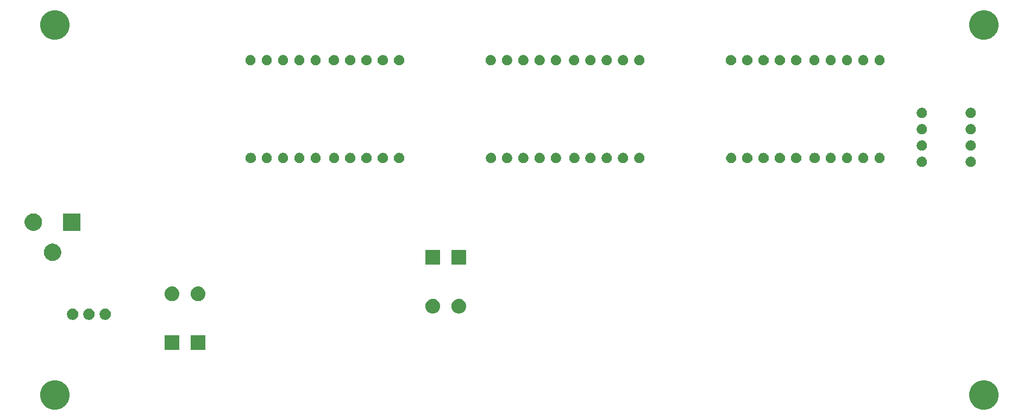
<source format=gbr>
G04 #@! TF.GenerationSoftware,KiCad,Pcbnew,(5.1.4)-1*
G04 #@! TF.CreationDate,2020-03-27T00:44:48-04:00*
G04 #@! TF.ProjectId,counter,636f756e-7465-4722-9e6b-696361645f70,v02*
G04 #@! TF.SameCoordinates,Original*
G04 #@! TF.FileFunction,Soldermask,Bot*
G04 #@! TF.FilePolarity,Negative*
%FSLAX46Y46*%
G04 Gerber Fmt 4.6, Leading zero omitted, Abs format (unit mm)*
G04 Created by KiCad (PCBNEW (5.1.4)-1) date 2020-03-27 00:44:48*
%MOMM*%
%LPD*%
G04 APERTURE LIST*
%ADD10C,0.100000*%
G04 APERTURE END LIST*
D10*
G36*
X203871177Y-127327426D02*
G01*
X204289932Y-127500880D01*
X204289934Y-127500881D01*
X204666802Y-127752696D01*
X204987304Y-128073198D01*
X205239120Y-128450068D01*
X205412574Y-128868823D01*
X205501000Y-129313371D01*
X205501000Y-129766629D01*
X205412574Y-130211177D01*
X205239120Y-130629932D01*
X205239119Y-130629934D01*
X204987304Y-131006802D01*
X204666802Y-131327304D01*
X204289934Y-131579119D01*
X204289933Y-131579120D01*
X204289932Y-131579120D01*
X203871177Y-131752574D01*
X203426629Y-131841000D01*
X202973371Y-131841000D01*
X202528823Y-131752574D01*
X202110068Y-131579120D01*
X202110067Y-131579120D01*
X202110066Y-131579119D01*
X201733198Y-131327304D01*
X201412696Y-131006802D01*
X201160881Y-130629934D01*
X201160880Y-130629932D01*
X200987426Y-130211177D01*
X200899000Y-129766629D01*
X200899000Y-129313371D01*
X200987426Y-128868823D01*
X201160880Y-128450068D01*
X201412696Y-128073198D01*
X201733198Y-127752696D01*
X202110066Y-127500881D01*
X202110068Y-127500880D01*
X202528823Y-127327426D01*
X202973371Y-127239000D01*
X203426629Y-127239000D01*
X203871177Y-127327426D01*
X203871177Y-127327426D01*
G37*
G36*
X59091177Y-127327426D02*
G01*
X59509932Y-127500880D01*
X59509934Y-127500881D01*
X59886802Y-127752696D01*
X60207304Y-128073198D01*
X60459120Y-128450068D01*
X60632574Y-128868823D01*
X60721000Y-129313371D01*
X60721000Y-129766629D01*
X60632574Y-130211177D01*
X60459120Y-130629932D01*
X60459119Y-130629934D01*
X60207304Y-131006802D01*
X59886802Y-131327304D01*
X59509934Y-131579119D01*
X59509933Y-131579120D01*
X59509932Y-131579120D01*
X59091177Y-131752574D01*
X58646629Y-131841000D01*
X58193371Y-131841000D01*
X57748823Y-131752574D01*
X57330068Y-131579120D01*
X57330067Y-131579120D01*
X57330066Y-131579119D01*
X56953198Y-131327304D01*
X56632696Y-131006802D01*
X56380881Y-130629934D01*
X56380880Y-130629932D01*
X56207426Y-130211177D01*
X56119000Y-129766629D01*
X56119000Y-129313371D01*
X56207426Y-128868823D01*
X56380880Y-128450068D01*
X56632696Y-128073198D01*
X56953198Y-127752696D01*
X57330066Y-127500881D01*
X57330068Y-127500880D01*
X57748823Y-127327426D01*
X58193371Y-127239000D01*
X58646629Y-127239000D01*
X59091177Y-127327426D01*
X59091177Y-127327426D01*
G37*
G36*
X81923000Y-122563000D02*
G01*
X79621000Y-122563000D01*
X79621000Y-120261000D01*
X81923000Y-120261000D01*
X81923000Y-122563000D01*
X81923000Y-122563000D01*
G37*
G36*
X77859000Y-122563000D02*
G01*
X75557000Y-122563000D01*
X75557000Y-120261000D01*
X77859000Y-120261000D01*
X77859000Y-122563000D01*
X77859000Y-122563000D01*
G37*
G36*
X66553370Y-116111972D02*
G01*
X66715196Y-116179002D01*
X66860832Y-116276313D01*
X66984687Y-116400168D01*
X67081998Y-116545804D01*
X67149028Y-116707630D01*
X67183200Y-116879423D01*
X67183200Y-117054577D01*
X67149028Y-117226370D01*
X67081998Y-117388196D01*
X66984687Y-117533832D01*
X66860832Y-117657687D01*
X66715196Y-117754998D01*
X66553370Y-117822028D01*
X66381579Y-117856200D01*
X66206421Y-117856200D01*
X66034630Y-117822028D01*
X65872804Y-117754998D01*
X65727168Y-117657687D01*
X65603313Y-117533832D01*
X65506002Y-117388196D01*
X65438972Y-117226370D01*
X65404800Y-117054577D01*
X65404800Y-116879423D01*
X65438972Y-116707630D01*
X65506002Y-116545804D01*
X65603313Y-116400168D01*
X65727168Y-116276313D01*
X65872804Y-116179002D01*
X66034630Y-116111972D01*
X66206421Y-116077800D01*
X66381579Y-116077800D01*
X66553370Y-116111972D01*
X66553370Y-116111972D01*
G37*
G36*
X61473370Y-116111972D02*
G01*
X61635196Y-116179002D01*
X61780832Y-116276313D01*
X61904687Y-116400168D01*
X62001998Y-116545804D01*
X62069028Y-116707630D01*
X62103200Y-116879423D01*
X62103200Y-117054577D01*
X62069028Y-117226370D01*
X62001998Y-117388196D01*
X61904687Y-117533832D01*
X61780832Y-117657687D01*
X61635196Y-117754998D01*
X61473370Y-117822028D01*
X61301579Y-117856200D01*
X61126421Y-117856200D01*
X60954630Y-117822028D01*
X60792804Y-117754998D01*
X60647168Y-117657687D01*
X60523313Y-117533832D01*
X60426002Y-117388196D01*
X60358972Y-117226370D01*
X60324800Y-117054577D01*
X60324800Y-116879423D01*
X60358972Y-116707630D01*
X60426002Y-116545804D01*
X60523313Y-116400168D01*
X60647168Y-116276313D01*
X60792804Y-116179002D01*
X60954630Y-116111972D01*
X61126421Y-116077800D01*
X61301579Y-116077800D01*
X61473370Y-116111972D01*
X61473370Y-116111972D01*
G37*
G36*
X64013370Y-116111972D02*
G01*
X64175196Y-116179002D01*
X64320832Y-116276313D01*
X64444687Y-116400168D01*
X64541998Y-116545804D01*
X64609028Y-116707630D01*
X64643200Y-116879423D01*
X64643200Y-117054577D01*
X64609028Y-117226370D01*
X64541998Y-117388196D01*
X64444687Y-117533832D01*
X64320832Y-117657687D01*
X64175196Y-117754998D01*
X64013370Y-117822028D01*
X63841579Y-117856200D01*
X63666421Y-117856200D01*
X63494630Y-117822028D01*
X63332804Y-117754998D01*
X63187168Y-117657687D01*
X63063313Y-117533832D01*
X62966002Y-117388196D01*
X62898972Y-117226370D01*
X62864800Y-117054577D01*
X62864800Y-116879423D01*
X62898972Y-116707630D01*
X62966002Y-116545804D01*
X63063313Y-116400168D01*
X63187168Y-116276313D01*
X63332804Y-116179002D01*
X63494630Y-116111972D01*
X63666421Y-116077800D01*
X63841579Y-116077800D01*
X64013370Y-116111972D01*
X64013370Y-116111972D01*
G37*
G36*
X121637635Y-114562654D02*
G01*
X121765004Y-114601291D01*
X121854604Y-114628471D01*
X122054554Y-114735347D01*
X122229818Y-114879182D01*
X122373653Y-115054446D01*
X122480529Y-115254396D01*
X122546346Y-115471366D01*
X122568569Y-115697000D01*
X122546346Y-115922634D01*
X122480529Y-116139604D01*
X122373653Y-116339554D01*
X122229818Y-116514818D01*
X122054554Y-116658653D01*
X121854604Y-116765529D01*
X121765004Y-116792709D01*
X121637635Y-116831346D01*
X121468543Y-116848000D01*
X121355457Y-116848000D01*
X121186365Y-116831346D01*
X121058996Y-116792709D01*
X120969396Y-116765529D01*
X120769446Y-116658653D01*
X120594182Y-116514818D01*
X120450347Y-116339554D01*
X120343471Y-116139604D01*
X120277654Y-115922634D01*
X120255431Y-115697000D01*
X120277654Y-115471366D01*
X120343471Y-115254396D01*
X120450347Y-115054446D01*
X120594182Y-114879182D01*
X120769446Y-114735347D01*
X120969396Y-114628471D01*
X121058996Y-114601291D01*
X121186365Y-114562654D01*
X121355457Y-114546000D01*
X121468543Y-114546000D01*
X121637635Y-114562654D01*
X121637635Y-114562654D01*
G37*
G36*
X117573635Y-114562654D02*
G01*
X117701004Y-114601291D01*
X117790604Y-114628471D01*
X117990554Y-114735347D01*
X118165818Y-114879182D01*
X118309653Y-115054446D01*
X118416529Y-115254396D01*
X118482346Y-115471366D01*
X118504569Y-115697000D01*
X118482346Y-115922634D01*
X118416529Y-116139604D01*
X118309653Y-116339554D01*
X118165818Y-116514818D01*
X117990554Y-116658653D01*
X117790604Y-116765529D01*
X117701004Y-116792709D01*
X117573635Y-116831346D01*
X117404543Y-116848000D01*
X117291457Y-116848000D01*
X117122365Y-116831346D01*
X116994996Y-116792709D01*
X116905396Y-116765529D01*
X116705446Y-116658653D01*
X116530182Y-116514818D01*
X116386347Y-116339554D01*
X116279471Y-116139604D01*
X116213654Y-115922634D01*
X116191431Y-115697000D01*
X116213654Y-115471366D01*
X116279471Y-115254396D01*
X116386347Y-115054446D01*
X116530182Y-114879182D01*
X116705446Y-114735347D01*
X116905396Y-114628471D01*
X116994996Y-114601291D01*
X117122365Y-114562654D01*
X117291457Y-114546000D01*
X117404543Y-114546000D01*
X117573635Y-114562654D01*
X117573635Y-114562654D01*
G37*
G36*
X76933635Y-112657654D02*
G01*
X77061004Y-112696291D01*
X77150604Y-112723471D01*
X77350554Y-112830347D01*
X77525818Y-112974182D01*
X77669653Y-113149446D01*
X77776529Y-113349396D01*
X77842346Y-113566366D01*
X77864569Y-113792000D01*
X77842346Y-114017634D01*
X77776529Y-114234604D01*
X77669653Y-114434554D01*
X77525818Y-114609818D01*
X77350554Y-114753653D01*
X77150604Y-114860529D01*
X77089113Y-114879182D01*
X76933635Y-114926346D01*
X76764543Y-114943000D01*
X76651457Y-114943000D01*
X76482365Y-114926346D01*
X76326887Y-114879182D01*
X76265396Y-114860529D01*
X76065446Y-114753653D01*
X75890182Y-114609818D01*
X75746347Y-114434554D01*
X75639471Y-114234604D01*
X75573654Y-114017634D01*
X75551431Y-113792000D01*
X75573654Y-113566366D01*
X75639471Y-113349396D01*
X75746347Y-113149446D01*
X75890182Y-112974182D01*
X76065446Y-112830347D01*
X76265396Y-112723471D01*
X76354996Y-112696291D01*
X76482365Y-112657654D01*
X76651457Y-112641000D01*
X76764543Y-112641000D01*
X76933635Y-112657654D01*
X76933635Y-112657654D01*
G37*
G36*
X80997635Y-112657654D02*
G01*
X81125004Y-112696291D01*
X81214604Y-112723471D01*
X81414554Y-112830347D01*
X81589818Y-112974182D01*
X81733653Y-113149446D01*
X81840529Y-113349396D01*
X81906346Y-113566366D01*
X81928569Y-113792000D01*
X81906346Y-114017634D01*
X81840529Y-114234604D01*
X81733653Y-114434554D01*
X81589818Y-114609818D01*
X81414554Y-114753653D01*
X81214604Y-114860529D01*
X81153113Y-114879182D01*
X80997635Y-114926346D01*
X80828543Y-114943000D01*
X80715457Y-114943000D01*
X80546365Y-114926346D01*
X80390887Y-114879182D01*
X80329396Y-114860529D01*
X80129446Y-114753653D01*
X79954182Y-114609818D01*
X79810347Y-114434554D01*
X79703471Y-114234604D01*
X79637654Y-114017634D01*
X79615431Y-113792000D01*
X79637654Y-113566366D01*
X79703471Y-113349396D01*
X79810347Y-113149446D01*
X79954182Y-112974182D01*
X80129446Y-112830347D01*
X80329396Y-112723471D01*
X80418996Y-112696291D01*
X80546365Y-112657654D01*
X80715457Y-112641000D01*
X80828543Y-112641000D01*
X80997635Y-112657654D01*
X80997635Y-112657654D01*
G37*
G36*
X118499000Y-109228000D02*
G01*
X116197000Y-109228000D01*
X116197000Y-106926000D01*
X118499000Y-106926000D01*
X118499000Y-109228000D01*
X118499000Y-109228000D01*
G37*
G36*
X122563000Y-109228000D02*
G01*
X120261000Y-109228000D01*
X120261000Y-106926000D01*
X122563000Y-106926000D01*
X122563000Y-109228000D01*
X122563000Y-109228000D01*
G37*
G36*
X58481072Y-106016918D02*
G01*
X58726941Y-106118760D01*
X58948213Y-106266609D01*
X59136391Y-106454787D01*
X59284240Y-106676059D01*
X59386082Y-106921928D01*
X59438000Y-107182938D01*
X59438000Y-107449062D01*
X59386082Y-107710072D01*
X59284240Y-107955941D01*
X59136391Y-108177213D01*
X58948213Y-108365391D01*
X58726941Y-108513240D01*
X58726940Y-108513241D01*
X58726939Y-108513241D01*
X58481072Y-108615082D01*
X58220062Y-108667000D01*
X57953938Y-108667000D01*
X57692928Y-108615082D01*
X57447061Y-108513241D01*
X57447060Y-108513241D01*
X57447059Y-108513240D01*
X57225787Y-108365391D01*
X57037609Y-108177213D01*
X56889760Y-107955941D01*
X56787918Y-107710072D01*
X56736000Y-107449062D01*
X56736000Y-107182938D01*
X56787918Y-106921928D01*
X56889760Y-106676059D01*
X57037609Y-106454787D01*
X57225787Y-106266609D01*
X57447059Y-106118760D01*
X57692928Y-106016918D01*
X57953938Y-105965000D01*
X58220062Y-105965000D01*
X58481072Y-106016918D01*
X58481072Y-106016918D01*
G37*
G36*
X62438000Y-103967000D02*
G01*
X59736000Y-103967000D01*
X59736000Y-101265000D01*
X62438000Y-101265000D01*
X62438000Y-103967000D01*
X62438000Y-103967000D01*
G37*
G36*
X55481072Y-101316918D02*
G01*
X55726941Y-101418760D01*
X55948213Y-101566609D01*
X56136391Y-101754787D01*
X56284240Y-101976059D01*
X56386082Y-102221928D01*
X56438000Y-102482938D01*
X56438000Y-102749062D01*
X56386082Y-103010072D01*
X56284240Y-103255941D01*
X56136391Y-103477213D01*
X55948213Y-103665391D01*
X55726941Y-103813240D01*
X55481072Y-103915082D01*
X55220062Y-103967000D01*
X54953938Y-103967000D01*
X54692928Y-103915082D01*
X54447059Y-103813240D01*
X54225787Y-103665391D01*
X54037609Y-103477213D01*
X53889760Y-103255941D01*
X53787918Y-103010072D01*
X53736000Y-102749062D01*
X53736000Y-102482938D01*
X53787918Y-102221928D01*
X53889760Y-101976059D01*
X54037609Y-101754787D01*
X54225787Y-101566609D01*
X54447059Y-101418760D01*
X54692928Y-101316918D01*
X54953938Y-101265000D01*
X55220062Y-101265000D01*
X55481072Y-101316918D01*
X55481072Y-101316918D01*
G37*
G36*
X193785143Y-92436243D02*
G01*
X193933102Y-92497529D01*
X194066258Y-92586501D01*
X194179499Y-92699742D01*
X194268471Y-92832898D01*
X194329757Y-92980857D01*
X194361000Y-93137927D01*
X194361000Y-93298073D01*
X194329757Y-93455143D01*
X194268471Y-93603102D01*
X194179499Y-93736258D01*
X194066258Y-93849499D01*
X193933102Y-93938471D01*
X193785143Y-93999757D01*
X193628074Y-94031000D01*
X193467926Y-94031000D01*
X193310857Y-93999757D01*
X193162898Y-93938471D01*
X193029742Y-93849499D01*
X192916501Y-93736258D01*
X192827529Y-93603102D01*
X192766243Y-93455143D01*
X192735000Y-93298073D01*
X192735000Y-93137927D01*
X192766243Y-92980857D01*
X192827529Y-92832898D01*
X192916501Y-92699742D01*
X193029742Y-92586501D01*
X193162898Y-92497529D01*
X193310857Y-92436243D01*
X193467926Y-92405000D01*
X193628074Y-92405000D01*
X193785143Y-92436243D01*
X193785143Y-92436243D01*
G37*
G36*
X201405143Y-92436243D02*
G01*
X201553102Y-92497529D01*
X201686258Y-92586501D01*
X201799499Y-92699742D01*
X201888471Y-92832898D01*
X201949757Y-92980857D01*
X201981000Y-93137927D01*
X201981000Y-93298073D01*
X201949757Y-93455143D01*
X201888471Y-93603102D01*
X201799499Y-93736258D01*
X201686258Y-93849499D01*
X201553102Y-93938471D01*
X201405143Y-93999757D01*
X201248074Y-94031000D01*
X201087926Y-94031000D01*
X200930857Y-93999757D01*
X200782898Y-93938471D01*
X200649742Y-93849499D01*
X200536501Y-93736258D01*
X200447529Y-93603102D01*
X200386243Y-93455143D01*
X200355000Y-93298073D01*
X200355000Y-93137927D01*
X200386243Y-92980857D01*
X200447529Y-92832898D01*
X200536501Y-92699742D01*
X200649742Y-92586501D01*
X200782898Y-92497529D01*
X200930857Y-92436243D01*
X201087926Y-92405000D01*
X201248074Y-92405000D01*
X201405143Y-92436243D01*
X201405143Y-92436243D01*
G37*
G36*
X91616267Y-91834391D02*
G01*
X91693644Y-91849782D01*
X91839418Y-91910163D01*
X91970608Y-91997822D01*
X92082178Y-92109392D01*
X92169837Y-92240582D01*
X92230218Y-92386356D01*
X92230218Y-92386357D01*
X92252332Y-92497529D01*
X92261000Y-92541109D01*
X92261000Y-92698891D01*
X92230218Y-92853644D01*
X92169837Y-92999418D01*
X92082178Y-93130608D01*
X91970608Y-93242178D01*
X91839418Y-93329837D01*
X91693644Y-93390218D01*
X91538892Y-93421000D01*
X91381108Y-93421000D01*
X91226356Y-93390218D01*
X91080582Y-93329837D01*
X90949392Y-93242178D01*
X90837822Y-93130608D01*
X90750163Y-92999418D01*
X90689782Y-92853644D01*
X90659000Y-92698891D01*
X90659000Y-92541109D01*
X90667669Y-92497529D01*
X90689782Y-92386357D01*
X90689782Y-92386356D01*
X90750163Y-92240582D01*
X90837822Y-92109392D01*
X90949392Y-91997822D01*
X91080582Y-91910163D01*
X91226356Y-91849782D01*
X91381108Y-91819000D01*
X91538892Y-91819000D01*
X91616267Y-91834391D01*
X91616267Y-91834391D01*
G37*
G36*
X89116267Y-91834391D02*
G01*
X89193644Y-91849782D01*
X89339418Y-91910163D01*
X89470608Y-91997822D01*
X89582178Y-92109392D01*
X89669837Y-92240582D01*
X89730218Y-92386356D01*
X89730218Y-92386357D01*
X89752332Y-92497529D01*
X89761000Y-92541109D01*
X89761000Y-92698891D01*
X89730218Y-92853644D01*
X89669837Y-92999418D01*
X89582178Y-93130608D01*
X89470608Y-93242178D01*
X89339418Y-93329837D01*
X89193644Y-93390218D01*
X89038892Y-93421000D01*
X88881108Y-93421000D01*
X88726356Y-93390218D01*
X88580582Y-93329837D01*
X88449392Y-93242178D01*
X88337822Y-93130608D01*
X88250163Y-92999418D01*
X88189782Y-92853644D01*
X88159000Y-92698891D01*
X88159000Y-92541109D01*
X88167669Y-92497529D01*
X88189782Y-92386357D01*
X88189782Y-92386356D01*
X88250163Y-92240582D01*
X88337822Y-92109392D01*
X88449392Y-91997822D01*
X88580582Y-91910163D01*
X88726356Y-91849782D01*
X88881108Y-91819000D01*
X89038892Y-91819000D01*
X89116267Y-91834391D01*
X89116267Y-91834391D01*
G37*
G36*
X164000267Y-91834391D02*
G01*
X164077644Y-91849782D01*
X164223418Y-91910163D01*
X164354608Y-91997822D01*
X164466178Y-92109392D01*
X164553837Y-92240582D01*
X164614218Y-92386356D01*
X164614218Y-92386357D01*
X164636332Y-92497529D01*
X164645000Y-92541109D01*
X164645000Y-92698891D01*
X164614218Y-92853644D01*
X164553837Y-92999418D01*
X164466178Y-93130608D01*
X164354608Y-93242178D01*
X164223418Y-93329837D01*
X164077644Y-93390218D01*
X163922892Y-93421000D01*
X163765108Y-93421000D01*
X163610356Y-93390218D01*
X163464582Y-93329837D01*
X163333392Y-93242178D01*
X163221822Y-93130608D01*
X163134163Y-92999418D01*
X163073782Y-92853644D01*
X163043000Y-92698891D01*
X163043000Y-92541109D01*
X163051669Y-92497529D01*
X163073782Y-92386357D01*
X163073782Y-92386356D01*
X163134163Y-92240582D01*
X163221822Y-92109392D01*
X163333392Y-91997822D01*
X163464582Y-91910163D01*
X163610356Y-91849782D01*
X163765108Y-91819000D01*
X163922892Y-91819000D01*
X164000267Y-91834391D01*
X164000267Y-91834391D01*
G37*
G36*
X166500267Y-91834391D02*
G01*
X166577644Y-91849782D01*
X166723418Y-91910163D01*
X166854608Y-91997822D01*
X166966178Y-92109392D01*
X167053837Y-92240582D01*
X167114218Y-92386356D01*
X167114218Y-92386357D01*
X167136332Y-92497529D01*
X167145000Y-92541109D01*
X167145000Y-92698891D01*
X167114218Y-92853644D01*
X167053837Y-92999418D01*
X166966178Y-93130608D01*
X166854608Y-93242178D01*
X166723418Y-93329837D01*
X166577644Y-93390218D01*
X166422892Y-93421000D01*
X166265108Y-93421000D01*
X166110356Y-93390218D01*
X165964582Y-93329837D01*
X165833392Y-93242178D01*
X165721822Y-93130608D01*
X165634163Y-92999418D01*
X165573782Y-92853644D01*
X165543000Y-92698891D01*
X165543000Y-92541109D01*
X165551669Y-92497529D01*
X165573782Y-92386357D01*
X165573782Y-92386356D01*
X165634163Y-92240582D01*
X165721822Y-92109392D01*
X165833392Y-91997822D01*
X165964582Y-91910163D01*
X166110356Y-91849782D01*
X166265108Y-91819000D01*
X166422892Y-91819000D01*
X166500267Y-91834391D01*
X166500267Y-91834391D01*
G37*
G36*
X94156267Y-91834391D02*
G01*
X94233644Y-91849782D01*
X94379418Y-91910163D01*
X94510608Y-91997822D01*
X94622178Y-92109392D01*
X94709837Y-92240582D01*
X94770218Y-92386356D01*
X94770218Y-92386357D01*
X94792332Y-92497529D01*
X94801000Y-92541109D01*
X94801000Y-92698891D01*
X94770218Y-92853644D01*
X94709837Y-92999418D01*
X94622178Y-93130608D01*
X94510608Y-93242178D01*
X94379418Y-93329837D01*
X94233644Y-93390218D01*
X94078892Y-93421000D01*
X93921108Y-93421000D01*
X93766356Y-93390218D01*
X93620582Y-93329837D01*
X93489392Y-93242178D01*
X93377822Y-93130608D01*
X93290163Y-92999418D01*
X93229782Y-92853644D01*
X93199000Y-92698891D01*
X93199000Y-92541109D01*
X93207669Y-92497529D01*
X93229782Y-92386357D01*
X93229782Y-92386356D01*
X93290163Y-92240582D01*
X93377822Y-92109392D01*
X93489392Y-91997822D01*
X93620582Y-91910163D01*
X93766356Y-91849782D01*
X93921108Y-91819000D01*
X94078892Y-91819000D01*
X94156267Y-91834391D01*
X94156267Y-91834391D01*
G37*
G36*
X149678267Y-91834391D02*
G01*
X149755644Y-91849782D01*
X149901418Y-91910163D01*
X150032608Y-91997822D01*
X150144178Y-92109392D01*
X150231837Y-92240582D01*
X150292218Y-92386356D01*
X150292218Y-92386357D01*
X150314332Y-92497529D01*
X150323000Y-92541109D01*
X150323000Y-92698891D01*
X150292218Y-92853644D01*
X150231837Y-92999418D01*
X150144178Y-93130608D01*
X150032608Y-93242178D01*
X149901418Y-93329837D01*
X149755644Y-93390218D01*
X149600892Y-93421000D01*
X149443108Y-93421000D01*
X149288356Y-93390218D01*
X149142582Y-93329837D01*
X149011392Y-93242178D01*
X148899822Y-93130608D01*
X148812163Y-92999418D01*
X148751782Y-92853644D01*
X148721000Y-92698891D01*
X148721000Y-92541109D01*
X148729669Y-92497529D01*
X148751782Y-92386357D01*
X148751782Y-92386356D01*
X148812163Y-92240582D01*
X148899822Y-92109392D01*
X149011392Y-91997822D01*
X149142582Y-91910163D01*
X149288356Y-91849782D01*
X149443108Y-91819000D01*
X149600892Y-91819000D01*
X149678267Y-91834391D01*
X149678267Y-91834391D01*
G37*
G36*
X147138267Y-91834391D02*
G01*
X147215644Y-91849782D01*
X147361418Y-91910163D01*
X147492608Y-91997822D01*
X147604178Y-92109392D01*
X147691837Y-92240582D01*
X147752218Y-92386356D01*
X147752218Y-92386357D01*
X147774332Y-92497529D01*
X147783000Y-92541109D01*
X147783000Y-92698891D01*
X147752218Y-92853644D01*
X147691837Y-92999418D01*
X147604178Y-93130608D01*
X147492608Y-93242178D01*
X147361418Y-93329837D01*
X147215644Y-93390218D01*
X147060892Y-93421000D01*
X146903108Y-93421000D01*
X146748356Y-93390218D01*
X146602582Y-93329837D01*
X146471392Y-93242178D01*
X146359822Y-93130608D01*
X146272163Y-92999418D01*
X146211782Y-92853644D01*
X146181000Y-92698891D01*
X146181000Y-92541109D01*
X146189669Y-92497529D01*
X146211782Y-92386357D01*
X146211782Y-92386356D01*
X146272163Y-92240582D01*
X146359822Y-92109392D01*
X146471392Y-91997822D01*
X146602582Y-91910163D01*
X146748356Y-91849782D01*
X146903108Y-91819000D01*
X147060892Y-91819000D01*
X147138267Y-91834391D01*
X147138267Y-91834391D01*
G37*
G36*
X144598267Y-91834391D02*
G01*
X144675644Y-91849782D01*
X144821418Y-91910163D01*
X144952608Y-91997822D01*
X145064178Y-92109392D01*
X145151837Y-92240582D01*
X145212218Y-92386356D01*
X145212218Y-92386357D01*
X145234332Y-92497529D01*
X145243000Y-92541109D01*
X145243000Y-92698891D01*
X145212218Y-92853644D01*
X145151837Y-92999418D01*
X145064178Y-93130608D01*
X144952608Y-93242178D01*
X144821418Y-93329837D01*
X144675644Y-93390218D01*
X144520892Y-93421000D01*
X144363108Y-93421000D01*
X144208356Y-93390218D01*
X144062582Y-93329837D01*
X143931392Y-93242178D01*
X143819822Y-93130608D01*
X143732163Y-92999418D01*
X143671782Y-92853644D01*
X143641000Y-92698891D01*
X143641000Y-92541109D01*
X143649669Y-92497529D01*
X143671782Y-92386357D01*
X143671782Y-92386356D01*
X143732163Y-92240582D01*
X143819822Y-92109392D01*
X143931392Y-91997822D01*
X144062582Y-91910163D01*
X144208356Y-91849782D01*
X144363108Y-91819000D01*
X144520892Y-91819000D01*
X144598267Y-91834391D01*
X144598267Y-91834391D01*
G37*
G36*
X142058267Y-91834391D02*
G01*
X142135644Y-91849782D01*
X142281418Y-91910163D01*
X142412608Y-91997822D01*
X142524178Y-92109392D01*
X142611837Y-92240582D01*
X142672218Y-92386356D01*
X142672218Y-92386357D01*
X142694332Y-92497529D01*
X142703000Y-92541109D01*
X142703000Y-92698891D01*
X142672218Y-92853644D01*
X142611837Y-92999418D01*
X142524178Y-93130608D01*
X142412608Y-93242178D01*
X142281418Y-93329837D01*
X142135644Y-93390218D01*
X141980892Y-93421000D01*
X141823108Y-93421000D01*
X141668356Y-93390218D01*
X141522582Y-93329837D01*
X141391392Y-93242178D01*
X141279822Y-93130608D01*
X141192163Y-92999418D01*
X141131782Y-92853644D01*
X141101000Y-92698891D01*
X141101000Y-92541109D01*
X141109669Y-92497529D01*
X141131782Y-92386357D01*
X141131782Y-92386356D01*
X141192163Y-92240582D01*
X141279822Y-92109392D01*
X141391392Y-91997822D01*
X141522582Y-91910163D01*
X141668356Y-91849782D01*
X141823108Y-91819000D01*
X141980892Y-91819000D01*
X142058267Y-91834391D01*
X142058267Y-91834391D01*
G37*
G36*
X139558267Y-91834391D02*
G01*
X139635644Y-91849782D01*
X139781418Y-91910163D01*
X139912608Y-91997822D01*
X140024178Y-92109392D01*
X140111837Y-92240582D01*
X140172218Y-92386356D01*
X140172218Y-92386357D01*
X140194332Y-92497529D01*
X140203000Y-92541109D01*
X140203000Y-92698891D01*
X140172218Y-92853644D01*
X140111837Y-92999418D01*
X140024178Y-93130608D01*
X139912608Y-93242178D01*
X139781418Y-93329837D01*
X139635644Y-93390218D01*
X139480892Y-93421000D01*
X139323108Y-93421000D01*
X139168356Y-93390218D01*
X139022582Y-93329837D01*
X138891392Y-93242178D01*
X138779822Y-93130608D01*
X138692163Y-92999418D01*
X138631782Y-92853644D01*
X138601000Y-92698891D01*
X138601000Y-92541109D01*
X138609669Y-92497529D01*
X138631782Y-92386357D01*
X138631782Y-92386356D01*
X138692163Y-92240582D01*
X138779822Y-92109392D01*
X138891392Y-91997822D01*
X139022582Y-91910163D01*
X139168356Y-91849782D01*
X139323108Y-91819000D01*
X139480892Y-91819000D01*
X139558267Y-91834391D01*
X139558267Y-91834391D01*
G37*
G36*
X126558267Y-91834391D02*
G01*
X126635644Y-91849782D01*
X126781418Y-91910163D01*
X126912608Y-91997822D01*
X127024178Y-92109392D01*
X127111837Y-92240582D01*
X127172218Y-92386356D01*
X127172218Y-92386357D01*
X127194332Y-92497529D01*
X127203000Y-92541109D01*
X127203000Y-92698891D01*
X127172218Y-92853644D01*
X127111837Y-92999418D01*
X127024178Y-93130608D01*
X126912608Y-93242178D01*
X126781418Y-93329837D01*
X126635644Y-93390218D01*
X126480892Y-93421000D01*
X126323108Y-93421000D01*
X126168356Y-93390218D01*
X126022582Y-93329837D01*
X125891392Y-93242178D01*
X125779822Y-93130608D01*
X125692163Y-92999418D01*
X125631782Y-92853644D01*
X125601000Y-92698891D01*
X125601000Y-92541109D01*
X125609669Y-92497529D01*
X125631782Y-92386357D01*
X125631782Y-92386356D01*
X125692163Y-92240582D01*
X125779822Y-92109392D01*
X125891392Y-91997822D01*
X126022582Y-91910163D01*
X126168356Y-91849782D01*
X126323108Y-91819000D01*
X126480892Y-91819000D01*
X126558267Y-91834391D01*
X126558267Y-91834391D01*
G37*
G36*
X129058267Y-91834391D02*
G01*
X129135644Y-91849782D01*
X129281418Y-91910163D01*
X129412608Y-91997822D01*
X129524178Y-92109392D01*
X129611837Y-92240582D01*
X129672218Y-92386356D01*
X129672218Y-92386357D01*
X129694332Y-92497529D01*
X129703000Y-92541109D01*
X129703000Y-92698891D01*
X129672218Y-92853644D01*
X129611837Y-92999418D01*
X129524178Y-93130608D01*
X129412608Y-93242178D01*
X129281418Y-93329837D01*
X129135644Y-93390218D01*
X128980892Y-93421000D01*
X128823108Y-93421000D01*
X128668356Y-93390218D01*
X128522582Y-93329837D01*
X128391392Y-93242178D01*
X128279822Y-93130608D01*
X128192163Y-92999418D01*
X128131782Y-92853644D01*
X128101000Y-92698891D01*
X128101000Y-92541109D01*
X128109669Y-92497529D01*
X128131782Y-92386357D01*
X128131782Y-92386356D01*
X128192163Y-92240582D01*
X128279822Y-92109392D01*
X128391392Y-91997822D01*
X128522582Y-91910163D01*
X128668356Y-91849782D01*
X128823108Y-91819000D01*
X128980892Y-91819000D01*
X129058267Y-91834391D01*
X129058267Y-91834391D01*
G37*
G36*
X131598267Y-91834391D02*
G01*
X131675644Y-91849782D01*
X131821418Y-91910163D01*
X131952608Y-91997822D01*
X132064178Y-92109392D01*
X132151837Y-92240582D01*
X132212218Y-92386356D01*
X132212218Y-92386357D01*
X132234332Y-92497529D01*
X132243000Y-92541109D01*
X132243000Y-92698891D01*
X132212218Y-92853644D01*
X132151837Y-92999418D01*
X132064178Y-93130608D01*
X131952608Y-93242178D01*
X131821418Y-93329837D01*
X131675644Y-93390218D01*
X131520892Y-93421000D01*
X131363108Y-93421000D01*
X131208356Y-93390218D01*
X131062582Y-93329837D01*
X130931392Y-93242178D01*
X130819822Y-93130608D01*
X130732163Y-92999418D01*
X130671782Y-92853644D01*
X130641000Y-92698891D01*
X130641000Y-92541109D01*
X130649669Y-92497529D01*
X130671782Y-92386357D01*
X130671782Y-92386356D01*
X130732163Y-92240582D01*
X130819822Y-92109392D01*
X130931392Y-91997822D01*
X131062582Y-91910163D01*
X131208356Y-91849782D01*
X131363108Y-91819000D01*
X131520892Y-91819000D01*
X131598267Y-91834391D01*
X131598267Y-91834391D01*
G37*
G36*
X134138267Y-91834391D02*
G01*
X134215644Y-91849782D01*
X134361418Y-91910163D01*
X134492608Y-91997822D01*
X134604178Y-92109392D01*
X134691837Y-92240582D01*
X134752218Y-92386356D01*
X134752218Y-92386357D01*
X134774332Y-92497529D01*
X134783000Y-92541109D01*
X134783000Y-92698891D01*
X134752218Y-92853644D01*
X134691837Y-92999418D01*
X134604178Y-93130608D01*
X134492608Y-93242178D01*
X134361418Y-93329837D01*
X134215644Y-93390218D01*
X134060892Y-93421000D01*
X133903108Y-93421000D01*
X133748356Y-93390218D01*
X133602582Y-93329837D01*
X133471392Y-93242178D01*
X133359822Y-93130608D01*
X133272163Y-92999418D01*
X133211782Y-92853644D01*
X133181000Y-92698891D01*
X133181000Y-92541109D01*
X133189669Y-92497529D01*
X133211782Y-92386357D01*
X133211782Y-92386356D01*
X133272163Y-92240582D01*
X133359822Y-92109392D01*
X133471392Y-91997822D01*
X133602582Y-91910163D01*
X133748356Y-91849782D01*
X133903108Y-91819000D01*
X134060892Y-91819000D01*
X134138267Y-91834391D01*
X134138267Y-91834391D01*
G37*
G36*
X136678267Y-91834391D02*
G01*
X136755644Y-91849782D01*
X136901418Y-91910163D01*
X137032608Y-91997822D01*
X137144178Y-92109392D01*
X137231837Y-92240582D01*
X137292218Y-92386356D01*
X137292218Y-92386357D01*
X137314332Y-92497529D01*
X137323000Y-92541109D01*
X137323000Y-92698891D01*
X137292218Y-92853644D01*
X137231837Y-92999418D01*
X137144178Y-93130608D01*
X137032608Y-93242178D01*
X136901418Y-93329837D01*
X136755644Y-93390218D01*
X136600892Y-93421000D01*
X136443108Y-93421000D01*
X136288356Y-93390218D01*
X136142582Y-93329837D01*
X136011392Y-93242178D01*
X135899822Y-93130608D01*
X135812163Y-92999418D01*
X135751782Y-92853644D01*
X135721000Y-92698891D01*
X135721000Y-92541109D01*
X135729669Y-92497529D01*
X135751782Y-92386357D01*
X135751782Y-92386356D01*
X135812163Y-92240582D01*
X135899822Y-92109392D01*
X136011392Y-91997822D01*
X136142582Y-91910163D01*
X136288356Y-91849782D01*
X136443108Y-91819000D01*
X136600892Y-91819000D01*
X136678267Y-91834391D01*
X136678267Y-91834391D01*
G37*
G36*
X177000267Y-91834391D02*
G01*
X177077644Y-91849782D01*
X177223418Y-91910163D01*
X177354608Y-91997822D01*
X177466178Y-92109392D01*
X177553837Y-92240582D01*
X177614218Y-92386356D01*
X177614218Y-92386357D01*
X177636332Y-92497529D01*
X177645000Y-92541109D01*
X177645000Y-92698891D01*
X177614218Y-92853644D01*
X177553837Y-92999418D01*
X177466178Y-93130608D01*
X177354608Y-93242178D01*
X177223418Y-93329837D01*
X177077644Y-93390218D01*
X176922892Y-93421000D01*
X176765108Y-93421000D01*
X176610356Y-93390218D01*
X176464582Y-93329837D01*
X176333392Y-93242178D01*
X176221822Y-93130608D01*
X176134163Y-92999418D01*
X176073782Y-92853644D01*
X176043000Y-92698891D01*
X176043000Y-92541109D01*
X176051669Y-92497529D01*
X176073782Y-92386357D01*
X176073782Y-92386356D01*
X176134163Y-92240582D01*
X176221822Y-92109392D01*
X176333392Y-91997822D01*
X176464582Y-91910163D01*
X176610356Y-91849782D01*
X176765108Y-91819000D01*
X176922892Y-91819000D01*
X177000267Y-91834391D01*
X177000267Y-91834391D01*
G37*
G36*
X96696267Y-91834391D02*
G01*
X96773644Y-91849782D01*
X96919418Y-91910163D01*
X97050608Y-91997822D01*
X97162178Y-92109392D01*
X97249837Y-92240582D01*
X97310218Y-92386356D01*
X97310218Y-92386357D01*
X97332332Y-92497529D01*
X97341000Y-92541109D01*
X97341000Y-92698891D01*
X97310218Y-92853644D01*
X97249837Y-92999418D01*
X97162178Y-93130608D01*
X97050608Y-93242178D01*
X96919418Y-93329837D01*
X96773644Y-93390218D01*
X96618892Y-93421000D01*
X96461108Y-93421000D01*
X96306356Y-93390218D01*
X96160582Y-93329837D01*
X96029392Y-93242178D01*
X95917822Y-93130608D01*
X95830163Y-92999418D01*
X95769782Y-92853644D01*
X95739000Y-92698891D01*
X95739000Y-92541109D01*
X95747669Y-92497529D01*
X95769782Y-92386357D01*
X95769782Y-92386356D01*
X95830163Y-92240582D01*
X95917822Y-92109392D01*
X96029392Y-91997822D01*
X96160582Y-91910163D01*
X96306356Y-91849782D01*
X96461108Y-91819000D01*
X96618892Y-91819000D01*
X96696267Y-91834391D01*
X96696267Y-91834391D01*
G37*
G36*
X174120267Y-91834391D02*
G01*
X174197644Y-91849782D01*
X174343418Y-91910163D01*
X174474608Y-91997822D01*
X174586178Y-92109392D01*
X174673837Y-92240582D01*
X174734218Y-92386356D01*
X174734218Y-92386357D01*
X174756332Y-92497529D01*
X174765000Y-92541109D01*
X174765000Y-92698891D01*
X174734218Y-92853644D01*
X174673837Y-92999418D01*
X174586178Y-93130608D01*
X174474608Y-93242178D01*
X174343418Y-93329837D01*
X174197644Y-93390218D01*
X174042892Y-93421000D01*
X173885108Y-93421000D01*
X173730356Y-93390218D01*
X173584582Y-93329837D01*
X173453392Y-93242178D01*
X173341822Y-93130608D01*
X173254163Y-92999418D01*
X173193782Y-92853644D01*
X173163000Y-92698891D01*
X173163000Y-92541109D01*
X173171669Y-92497529D01*
X173193782Y-92386357D01*
X173193782Y-92386356D01*
X173254163Y-92240582D01*
X173341822Y-92109392D01*
X173453392Y-91997822D01*
X173584582Y-91910163D01*
X173730356Y-91849782D01*
X173885108Y-91819000D01*
X174042892Y-91819000D01*
X174120267Y-91834391D01*
X174120267Y-91834391D01*
G37*
G36*
X169040267Y-91834391D02*
G01*
X169117644Y-91849782D01*
X169263418Y-91910163D01*
X169394608Y-91997822D01*
X169506178Y-92109392D01*
X169593837Y-92240582D01*
X169654218Y-92386356D01*
X169654218Y-92386357D01*
X169676332Y-92497529D01*
X169685000Y-92541109D01*
X169685000Y-92698891D01*
X169654218Y-92853644D01*
X169593837Y-92999418D01*
X169506178Y-93130608D01*
X169394608Y-93242178D01*
X169263418Y-93329837D01*
X169117644Y-93390218D01*
X168962892Y-93421000D01*
X168805108Y-93421000D01*
X168650356Y-93390218D01*
X168504582Y-93329837D01*
X168373392Y-93242178D01*
X168261822Y-93130608D01*
X168174163Y-92999418D01*
X168113782Y-92853644D01*
X168083000Y-92698891D01*
X168083000Y-92541109D01*
X168091669Y-92497529D01*
X168113782Y-92386357D01*
X168113782Y-92386356D01*
X168174163Y-92240582D01*
X168261822Y-92109392D01*
X168373392Y-91997822D01*
X168504582Y-91910163D01*
X168650356Y-91849782D01*
X168805108Y-91819000D01*
X168962892Y-91819000D01*
X169040267Y-91834391D01*
X169040267Y-91834391D01*
G37*
G36*
X112236267Y-91834391D02*
G01*
X112313644Y-91849782D01*
X112459418Y-91910163D01*
X112590608Y-91997822D01*
X112702178Y-92109392D01*
X112789837Y-92240582D01*
X112850218Y-92386356D01*
X112850218Y-92386357D01*
X112872332Y-92497529D01*
X112881000Y-92541109D01*
X112881000Y-92698891D01*
X112850218Y-92853644D01*
X112789837Y-92999418D01*
X112702178Y-93130608D01*
X112590608Y-93242178D01*
X112459418Y-93329837D01*
X112313644Y-93390218D01*
X112158892Y-93421000D01*
X112001108Y-93421000D01*
X111846356Y-93390218D01*
X111700582Y-93329837D01*
X111569392Y-93242178D01*
X111457822Y-93130608D01*
X111370163Y-92999418D01*
X111309782Y-92853644D01*
X111279000Y-92698891D01*
X111279000Y-92541109D01*
X111287669Y-92497529D01*
X111309782Y-92386357D01*
X111309782Y-92386356D01*
X111370163Y-92240582D01*
X111457822Y-92109392D01*
X111569392Y-91997822D01*
X111700582Y-91910163D01*
X111846356Y-91849782D01*
X112001108Y-91819000D01*
X112158892Y-91819000D01*
X112236267Y-91834391D01*
X112236267Y-91834391D01*
G37*
G36*
X102116267Y-91834391D02*
G01*
X102193644Y-91849782D01*
X102339418Y-91910163D01*
X102470608Y-91997822D01*
X102582178Y-92109392D01*
X102669837Y-92240582D01*
X102730218Y-92386356D01*
X102730218Y-92386357D01*
X102752332Y-92497529D01*
X102761000Y-92541109D01*
X102761000Y-92698891D01*
X102730218Y-92853644D01*
X102669837Y-92999418D01*
X102582178Y-93130608D01*
X102470608Y-93242178D01*
X102339418Y-93329837D01*
X102193644Y-93390218D01*
X102038892Y-93421000D01*
X101881108Y-93421000D01*
X101726356Y-93390218D01*
X101580582Y-93329837D01*
X101449392Y-93242178D01*
X101337822Y-93130608D01*
X101250163Y-92999418D01*
X101189782Y-92853644D01*
X101159000Y-92698891D01*
X101159000Y-92541109D01*
X101167669Y-92497529D01*
X101189782Y-92386357D01*
X101189782Y-92386356D01*
X101250163Y-92240582D01*
X101337822Y-92109392D01*
X101449392Y-91997822D01*
X101580582Y-91910163D01*
X101726356Y-91849782D01*
X101881108Y-91819000D01*
X102038892Y-91819000D01*
X102116267Y-91834391D01*
X102116267Y-91834391D01*
G37*
G36*
X104616267Y-91834391D02*
G01*
X104693644Y-91849782D01*
X104839418Y-91910163D01*
X104970608Y-91997822D01*
X105082178Y-92109392D01*
X105169837Y-92240582D01*
X105230218Y-92386356D01*
X105230218Y-92386357D01*
X105252332Y-92497529D01*
X105261000Y-92541109D01*
X105261000Y-92698891D01*
X105230218Y-92853644D01*
X105169837Y-92999418D01*
X105082178Y-93130608D01*
X104970608Y-93242178D01*
X104839418Y-93329837D01*
X104693644Y-93390218D01*
X104538892Y-93421000D01*
X104381108Y-93421000D01*
X104226356Y-93390218D01*
X104080582Y-93329837D01*
X103949392Y-93242178D01*
X103837822Y-93130608D01*
X103750163Y-92999418D01*
X103689782Y-92853644D01*
X103659000Y-92698891D01*
X103659000Y-92541109D01*
X103667669Y-92497529D01*
X103689782Y-92386357D01*
X103689782Y-92386356D01*
X103750163Y-92240582D01*
X103837822Y-92109392D01*
X103949392Y-91997822D01*
X104080582Y-91910163D01*
X104226356Y-91849782D01*
X104381108Y-91819000D01*
X104538892Y-91819000D01*
X104616267Y-91834391D01*
X104616267Y-91834391D01*
G37*
G36*
X179500267Y-91834391D02*
G01*
X179577644Y-91849782D01*
X179723418Y-91910163D01*
X179854608Y-91997822D01*
X179966178Y-92109392D01*
X180053837Y-92240582D01*
X180114218Y-92386356D01*
X180114218Y-92386357D01*
X180136332Y-92497529D01*
X180145000Y-92541109D01*
X180145000Y-92698891D01*
X180114218Y-92853644D01*
X180053837Y-92999418D01*
X179966178Y-93130608D01*
X179854608Y-93242178D01*
X179723418Y-93329837D01*
X179577644Y-93390218D01*
X179422892Y-93421000D01*
X179265108Y-93421000D01*
X179110356Y-93390218D01*
X178964582Y-93329837D01*
X178833392Y-93242178D01*
X178721822Y-93130608D01*
X178634163Y-92999418D01*
X178573782Y-92853644D01*
X178543000Y-92698891D01*
X178543000Y-92541109D01*
X178551669Y-92497529D01*
X178573782Y-92386357D01*
X178573782Y-92386356D01*
X178634163Y-92240582D01*
X178721822Y-92109392D01*
X178833392Y-91997822D01*
X178964582Y-91910163D01*
X179110356Y-91849782D01*
X179265108Y-91819000D01*
X179422892Y-91819000D01*
X179500267Y-91834391D01*
X179500267Y-91834391D01*
G37*
G36*
X182040267Y-91834391D02*
G01*
X182117644Y-91849782D01*
X182263418Y-91910163D01*
X182394608Y-91997822D01*
X182506178Y-92109392D01*
X182593837Y-92240582D01*
X182654218Y-92386356D01*
X182654218Y-92386357D01*
X182676332Y-92497529D01*
X182685000Y-92541109D01*
X182685000Y-92698891D01*
X182654218Y-92853644D01*
X182593837Y-92999418D01*
X182506178Y-93130608D01*
X182394608Y-93242178D01*
X182263418Y-93329837D01*
X182117644Y-93390218D01*
X181962892Y-93421000D01*
X181805108Y-93421000D01*
X181650356Y-93390218D01*
X181504582Y-93329837D01*
X181373392Y-93242178D01*
X181261822Y-93130608D01*
X181174163Y-92999418D01*
X181113782Y-92853644D01*
X181083000Y-92698891D01*
X181083000Y-92541109D01*
X181091669Y-92497529D01*
X181113782Y-92386357D01*
X181113782Y-92386356D01*
X181174163Y-92240582D01*
X181261822Y-92109392D01*
X181373392Y-91997822D01*
X181504582Y-91910163D01*
X181650356Y-91849782D01*
X181805108Y-91819000D01*
X181962892Y-91819000D01*
X182040267Y-91834391D01*
X182040267Y-91834391D01*
G37*
G36*
X184580267Y-91834391D02*
G01*
X184657644Y-91849782D01*
X184803418Y-91910163D01*
X184934608Y-91997822D01*
X185046178Y-92109392D01*
X185133837Y-92240582D01*
X185194218Y-92386356D01*
X185194218Y-92386357D01*
X185216332Y-92497529D01*
X185225000Y-92541109D01*
X185225000Y-92698891D01*
X185194218Y-92853644D01*
X185133837Y-92999418D01*
X185046178Y-93130608D01*
X184934608Y-93242178D01*
X184803418Y-93329837D01*
X184657644Y-93390218D01*
X184502892Y-93421000D01*
X184345108Y-93421000D01*
X184190356Y-93390218D01*
X184044582Y-93329837D01*
X183913392Y-93242178D01*
X183801822Y-93130608D01*
X183714163Y-92999418D01*
X183653782Y-92853644D01*
X183623000Y-92698891D01*
X183623000Y-92541109D01*
X183631669Y-92497529D01*
X183653782Y-92386357D01*
X183653782Y-92386356D01*
X183714163Y-92240582D01*
X183801822Y-92109392D01*
X183913392Y-91997822D01*
X184044582Y-91910163D01*
X184190356Y-91849782D01*
X184345108Y-91819000D01*
X184502892Y-91819000D01*
X184580267Y-91834391D01*
X184580267Y-91834391D01*
G37*
G36*
X187120267Y-91834391D02*
G01*
X187197644Y-91849782D01*
X187343418Y-91910163D01*
X187474608Y-91997822D01*
X187586178Y-92109392D01*
X187673837Y-92240582D01*
X187734218Y-92386356D01*
X187734218Y-92386357D01*
X187756332Y-92497529D01*
X187765000Y-92541109D01*
X187765000Y-92698891D01*
X187734218Y-92853644D01*
X187673837Y-92999418D01*
X187586178Y-93130608D01*
X187474608Y-93242178D01*
X187343418Y-93329837D01*
X187197644Y-93390218D01*
X187042892Y-93421000D01*
X186885108Y-93421000D01*
X186730356Y-93390218D01*
X186584582Y-93329837D01*
X186453392Y-93242178D01*
X186341822Y-93130608D01*
X186254163Y-92999418D01*
X186193782Y-92853644D01*
X186163000Y-92698891D01*
X186163000Y-92541109D01*
X186171669Y-92497529D01*
X186193782Y-92386357D01*
X186193782Y-92386356D01*
X186254163Y-92240582D01*
X186341822Y-92109392D01*
X186453392Y-91997822D01*
X186584582Y-91910163D01*
X186730356Y-91849782D01*
X186885108Y-91819000D01*
X187042892Y-91819000D01*
X187120267Y-91834391D01*
X187120267Y-91834391D01*
G37*
G36*
X107156267Y-91834391D02*
G01*
X107233644Y-91849782D01*
X107379418Y-91910163D01*
X107510608Y-91997822D01*
X107622178Y-92109392D01*
X107709837Y-92240582D01*
X107770218Y-92386356D01*
X107770218Y-92386357D01*
X107792332Y-92497529D01*
X107801000Y-92541109D01*
X107801000Y-92698891D01*
X107770218Y-92853644D01*
X107709837Y-92999418D01*
X107622178Y-93130608D01*
X107510608Y-93242178D01*
X107379418Y-93329837D01*
X107233644Y-93390218D01*
X107078892Y-93421000D01*
X106921108Y-93421000D01*
X106766356Y-93390218D01*
X106620582Y-93329837D01*
X106489392Y-93242178D01*
X106377822Y-93130608D01*
X106290163Y-92999418D01*
X106229782Y-92853644D01*
X106199000Y-92698891D01*
X106199000Y-92541109D01*
X106207669Y-92497529D01*
X106229782Y-92386357D01*
X106229782Y-92386356D01*
X106290163Y-92240582D01*
X106377822Y-92109392D01*
X106489392Y-91997822D01*
X106620582Y-91910163D01*
X106766356Y-91849782D01*
X106921108Y-91819000D01*
X107078892Y-91819000D01*
X107156267Y-91834391D01*
X107156267Y-91834391D01*
G37*
G36*
X109696267Y-91834391D02*
G01*
X109773644Y-91849782D01*
X109919418Y-91910163D01*
X110050608Y-91997822D01*
X110162178Y-92109392D01*
X110249837Y-92240582D01*
X110310218Y-92386356D01*
X110310218Y-92386357D01*
X110332332Y-92497529D01*
X110341000Y-92541109D01*
X110341000Y-92698891D01*
X110310218Y-92853644D01*
X110249837Y-92999418D01*
X110162178Y-93130608D01*
X110050608Y-93242178D01*
X109919418Y-93329837D01*
X109773644Y-93390218D01*
X109618892Y-93421000D01*
X109461108Y-93421000D01*
X109306356Y-93390218D01*
X109160582Y-93329837D01*
X109029392Y-93242178D01*
X108917822Y-93130608D01*
X108830163Y-92999418D01*
X108769782Y-92853644D01*
X108739000Y-92698891D01*
X108739000Y-92541109D01*
X108747669Y-92497529D01*
X108769782Y-92386357D01*
X108769782Y-92386356D01*
X108830163Y-92240582D01*
X108917822Y-92109392D01*
X109029392Y-91997822D01*
X109160582Y-91910163D01*
X109306356Y-91849782D01*
X109461108Y-91819000D01*
X109618892Y-91819000D01*
X109696267Y-91834391D01*
X109696267Y-91834391D01*
G37*
G36*
X171580267Y-91834391D02*
G01*
X171657644Y-91849782D01*
X171803418Y-91910163D01*
X171934608Y-91997822D01*
X172046178Y-92109392D01*
X172133837Y-92240582D01*
X172194218Y-92386356D01*
X172194218Y-92386357D01*
X172216332Y-92497529D01*
X172225000Y-92541109D01*
X172225000Y-92698891D01*
X172194218Y-92853644D01*
X172133837Y-92999418D01*
X172046178Y-93130608D01*
X171934608Y-93242178D01*
X171803418Y-93329837D01*
X171657644Y-93390218D01*
X171502892Y-93421000D01*
X171345108Y-93421000D01*
X171190356Y-93390218D01*
X171044582Y-93329837D01*
X170913392Y-93242178D01*
X170801822Y-93130608D01*
X170714163Y-92999418D01*
X170653782Y-92853644D01*
X170623000Y-92698891D01*
X170623000Y-92541109D01*
X170631669Y-92497529D01*
X170653782Y-92386357D01*
X170653782Y-92386356D01*
X170714163Y-92240582D01*
X170801822Y-92109392D01*
X170913392Y-91997822D01*
X171044582Y-91910163D01*
X171190356Y-91849782D01*
X171345108Y-91819000D01*
X171502892Y-91819000D01*
X171580267Y-91834391D01*
X171580267Y-91834391D01*
G37*
G36*
X99236267Y-91834391D02*
G01*
X99313644Y-91849782D01*
X99459418Y-91910163D01*
X99590608Y-91997822D01*
X99702178Y-92109392D01*
X99789837Y-92240582D01*
X99850218Y-92386356D01*
X99850218Y-92386357D01*
X99872332Y-92497529D01*
X99881000Y-92541109D01*
X99881000Y-92698891D01*
X99850218Y-92853644D01*
X99789837Y-92999418D01*
X99702178Y-93130608D01*
X99590608Y-93242178D01*
X99459418Y-93329837D01*
X99313644Y-93390218D01*
X99158892Y-93421000D01*
X99001108Y-93421000D01*
X98846356Y-93390218D01*
X98700582Y-93329837D01*
X98569392Y-93242178D01*
X98457822Y-93130608D01*
X98370163Y-92999418D01*
X98309782Y-92853644D01*
X98279000Y-92698891D01*
X98279000Y-92541109D01*
X98287669Y-92497529D01*
X98309782Y-92386357D01*
X98309782Y-92386356D01*
X98370163Y-92240582D01*
X98457822Y-92109392D01*
X98569392Y-91997822D01*
X98700582Y-91910163D01*
X98846356Y-91849782D01*
X99001108Y-91819000D01*
X99158892Y-91819000D01*
X99236267Y-91834391D01*
X99236267Y-91834391D01*
G37*
G36*
X193785143Y-89896243D02*
G01*
X193933102Y-89957529D01*
X194066258Y-90046501D01*
X194179499Y-90159742D01*
X194268471Y-90292898D01*
X194329757Y-90440857D01*
X194361000Y-90597927D01*
X194361000Y-90758073D01*
X194329757Y-90915143D01*
X194268471Y-91063102D01*
X194179499Y-91196258D01*
X194066258Y-91309499D01*
X193933102Y-91398471D01*
X193785143Y-91459757D01*
X193628074Y-91491000D01*
X193467926Y-91491000D01*
X193310857Y-91459757D01*
X193162898Y-91398471D01*
X193029742Y-91309499D01*
X192916501Y-91196258D01*
X192827529Y-91063102D01*
X192766243Y-90915143D01*
X192735000Y-90758073D01*
X192735000Y-90597927D01*
X192766243Y-90440857D01*
X192827529Y-90292898D01*
X192916501Y-90159742D01*
X193029742Y-90046501D01*
X193162898Y-89957529D01*
X193310857Y-89896243D01*
X193467926Y-89865000D01*
X193628074Y-89865000D01*
X193785143Y-89896243D01*
X193785143Y-89896243D01*
G37*
G36*
X201405143Y-89896243D02*
G01*
X201553102Y-89957529D01*
X201686258Y-90046501D01*
X201799499Y-90159742D01*
X201888471Y-90292898D01*
X201949757Y-90440857D01*
X201981000Y-90597927D01*
X201981000Y-90758073D01*
X201949757Y-90915143D01*
X201888471Y-91063102D01*
X201799499Y-91196258D01*
X201686258Y-91309499D01*
X201553102Y-91398471D01*
X201405143Y-91459757D01*
X201248074Y-91491000D01*
X201087926Y-91491000D01*
X200930857Y-91459757D01*
X200782898Y-91398471D01*
X200649742Y-91309499D01*
X200536501Y-91196258D01*
X200447529Y-91063102D01*
X200386243Y-90915143D01*
X200355000Y-90758073D01*
X200355000Y-90597927D01*
X200386243Y-90440857D01*
X200447529Y-90292898D01*
X200536501Y-90159742D01*
X200649742Y-90046501D01*
X200782898Y-89957529D01*
X200930857Y-89896243D01*
X201087926Y-89865000D01*
X201248074Y-89865000D01*
X201405143Y-89896243D01*
X201405143Y-89896243D01*
G37*
G36*
X193785143Y-87356243D02*
G01*
X193933102Y-87417529D01*
X194066258Y-87506501D01*
X194179499Y-87619742D01*
X194268471Y-87752898D01*
X194329757Y-87900857D01*
X194361000Y-88057927D01*
X194361000Y-88218073D01*
X194329757Y-88375143D01*
X194268471Y-88523102D01*
X194179499Y-88656258D01*
X194066258Y-88769499D01*
X193933102Y-88858471D01*
X193785143Y-88919757D01*
X193628074Y-88951000D01*
X193467926Y-88951000D01*
X193310857Y-88919757D01*
X193162898Y-88858471D01*
X193029742Y-88769499D01*
X192916501Y-88656258D01*
X192827529Y-88523102D01*
X192766243Y-88375143D01*
X192735000Y-88218073D01*
X192735000Y-88057927D01*
X192766243Y-87900857D01*
X192827529Y-87752898D01*
X192916501Y-87619742D01*
X193029742Y-87506501D01*
X193162898Y-87417529D01*
X193310857Y-87356243D01*
X193467926Y-87325000D01*
X193628074Y-87325000D01*
X193785143Y-87356243D01*
X193785143Y-87356243D01*
G37*
G36*
X201405143Y-87356243D02*
G01*
X201553102Y-87417529D01*
X201686258Y-87506501D01*
X201799499Y-87619742D01*
X201888471Y-87752898D01*
X201949757Y-87900857D01*
X201981000Y-88057927D01*
X201981000Y-88218073D01*
X201949757Y-88375143D01*
X201888471Y-88523102D01*
X201799499Y-88656258D01*
X201686258Y-88769499D01*
X201553102Y-88858471D01*
X201405143Y-88919757D01*
X201248074Y-88951000D01*
X201087926Y-88951000D01*
X200930857Y-88919757D01*
X200782898Y-88858471D01*
X200649742Y-88769499D01*
X200536501Y-88656258D01*
X200447529Y-88523102D01*
X200386243Y-88375143D01*
X200355000Y-88218073D01*
X200355000Y-88057927D01*
X200386243Y-87900857D01*
X200447529Y-87752898D01*
X200536501Y-87619742D01*
X200649742Y-87506501D01*
X200782898Y-87417529D01*
X200930857Y-87356243D01*
X201087926Y-87325000D01*
X201248074Y-87325000D01*
X201405143Y-87356243D01*
X201405143Y-87356243D01*
G37*
G36*
X193785143Y-84816243D02*
G01*
X193933102Y-84877529D01*
X194066258Y-84966501D01*
X194179499Y-85079742D01*
X194268471Y-85212898D01*
X194329757Y-85360857D01*
X194361000Y-85517927D01*
X194361000Y-85678073D01*
X194329757Y-85835143D01*
X194268471Y-85983102D01*
X194179499Y-86116258D01*
X194066258Y-86229499D01*
X193933102Y-86318471D01*
X193785143Y-86379757D01*
X193628074Y-86411000D01*
X193467926Y-86411000D01*
X193310857Y-86379757D01*
X193162898Y-86318471D01*
X193029742Y-86229499D01*
X192916501Y-86116258D01*
X192827529Y-85983102D01*
X192766243Y-85835143D01*
X192735000Y-85678073D01*
X192735000Y-85517927D01*
X192766243Y-85360857D01*
X192827529Y-85212898D01*
X192916501Y-85079742D01*
X193029742Y-84966501D01*
X193162898Y-84877529D01*
X193310857Y-84816243D01*
X193467926Y-84785000D01*
X193628074Y-84785000D01*
X193785143Y-84816243D01*
X193785143Y-84816243D01*
G37*
G36*
X201405143Y-84816243D02*
G01*
X201553102Y-84877529D01*
X201686258Y-84966501D01*
X201799499Y-85079742D01*
X201888471Y-85212898D01*
X201949757Y-85360857D01*
X201981000Y-85517927D01*
X201981000Y-85678073D01*
X201949757Y-85835143D01*
X201888471Y-85983102D01*
X201799499Y-86116258D01*
X201686258Y-86229499D01*
X201553102Y-86318471D01*
X201405143Y-86379757D01*
X201248074Y-86411000D01*
X201087926Y-86411000D01*
X200930857Y-86379757D01*
X200782898Y-86318471D01*
X200649742Y-86229499D01*
X200536501Y-86116258D01*
X200447529Y-85983102D01*
X200386243Y-85835143D01*
X200355000Y-85678073D01*
X200355000Y-85517927D01*
X200386243Y-85360857D01*
X200447529Y-85212898D01*
X200536501Y-85079742D01*
X200649742Y-84966501D01*
X200782898Y-84877529D01*
X200930857Y-84816243D01*
X201087926Y-84785000D01*
X201248074Y-84785000D01*
X201405143Y-84816243D01*
X201405143Y-84816243D01*
G37*
G36*
X142135644Y-76609782D02*
G01*
X142281418Y-76670163D01*
X142412608Y-76757822D01*
X142524178Y-76869392D01*
X142611837Y-77000582D01*
X142672218Y-77146356D01*
X142703000Y-77301109D01*
X142703000Y-77458891D01*
X142672218Y-77613644D01*
X142611837Y-77759418D01*
X142524178Y-77890608D01*
X142412608Y-78002178D01*
X142281418Y-78089837D01*
X142135644Y-78150218D01*
X142058267Y-78165609D01*
X141980892Y-78181000D01*
X141823108Y-78181000D01*
X141745733Y-78165609D01*
X141668356Y-78150218D01*
X141522582Y-78089837D01*
X141391392Y-78002178D01*
X141279822Y-77890608D01*
X141192163Y-77759418D01*
X141131782Y-77613644D01*
X141101000Y-77458891D01*
X141101000Y-77301109D01*
X141131782Y-77146356D01*
X141192163Y-77000582D01*
X141279822Y-76869392D01*
X141391392Y-76757822D01*
X141522582Y-76670163D01*
X141668356Y-76609782D01*
X141823108Y-76579000D01*
X141980892Y-76579000D01*
X142135644Y-76609782D01*
X142135644Y-76609782D01*
G37*
G36*
X126595644Y-76609782D02*
G01*
X126741418Y-76670163D01*
X126872608Y-76757822D01*
X126984178Y-76869392D01*
X127071837Y-77000582D01*
X127132218Y-77146356D01*
X127163000Y-77301109D01*
X127163000Y-77458891D01*
X127132218Y-77613644D01*
X127071837Y-77759418D01*
X126984178Y-77890608D01*
X126872608Y-78002178D01*
X126741418Y-78089837D01*
X126595644Y-78150218D01*
X126518267Y-78165609D01*
X126440892Y-78181000D01*
X126283108Y-78181000D01*
X126205733Y-78165609D01*
X126128356Y-78150218D01*
X125982582Y-78089837D01*
X125851392Y-78002178D01*
X125739822Y-77890608D01*
X125652163Y-77759418D01*
X125591782Y-77613644D01*
X125561000Y-77458891D01*
X125561000Y-77301109D01*
X125591782Y-77146356D01*
X125652163Y-77000582D01*
X125739822Y-76869392D01*
X125851392Y-76757822D01*
X125982582Y-76670163D01*
X126128356Y-76609782D01*
X126283108Y-76579000D01*
X126440892Y-76579000D01*
X126595644Y-76609782D01*
X126595644Y-76609782D01*
G37*
G36*
X139595644Y-76609782D02*
G01*
X139741418Y-76670163D01*
X139872608Y-76757822D01*
X139984178Y-76869392D01*
X140071837Y-77000582D01*
X140132218Y-77146356D01*
X140163000Y-77301109D01*
X140163000Y-77458891D01*
X140132218Y-77613644D01*
X140071837Y-77759418D01*
X139984178Y-77890608D01*
X139872608Y-78002178D01*
X139741418Y-78089837D01*
X139595644Y-78150218D01*
X139518267Y-78165609D01*
X139440892Y-78181000D01*
X139283108Y-78181000D01*
X139205733Y-78165609D01*
X139128356Y-78150218D01*
X138982582Y-78089837D01*
X138851392Y-78002178D01*
X138739822Y-77890608D01*
X138652163Y-77759418D01*
X138591782Y-77613644D01*
X138561000Y-77458891D01*
X138561000Y-77301109D01*
X138591782Y-77146356D01*
X138652163Y-77000582D01*
X138739822Y-76869392D01*
X138851392Y-76757822D01*
X138982582Y-76670163D01*
X139128356Y-76609782D01*
X139283108Y-76579000D01*
X139440892Y-76579000D01*
X139595644Y-76609782D01*
X139595644Y-76609782D01*
G37*
G36*
X91693644Y-76609782D02*
G01*
X91839418Y-76670163D01*
X91970608Y-76757822D01*
X92082178Y-76869392D01*
X92169837Y-77000582D01*
X92230218Y-77146356D01*
X92261000Y-77301109D01*
X92261000Y-77458891D01*
X92230218Y-77613644D01*
X92169837Y-77759418D01*
X92082178Y-77890608D01*
X91970608Y-78002178D01*
X91839418Y-78089837D01*
X91693644Y-78150218D01*
X91616267Y-78165609D01*
X91538892Y-78181000D01*
X91381108Y-78181000D01*
X91303733Y-78165609D01*
X91226356Y-78150218D01*
X91080582Y-78089837D01*
X90949392Y-78002178D01*
X90837822Y-77890608D01*
X90750163Y-77759418D01*
X90689782Y-77613644D01*
X90659000Y-77458891D01*
X90659000Y-77301109D01*
X90689782Y-77146356D01*
X90750163Y-77000582D01*
X90837822Y-76869392D01*
X90949392Y-76757822D01*
X91080582Y-76670163D01*
X91226356Y-76609782D01*
X91381108Y-76579000D01*
X91538892Y-76579000D01*
X91693644Y-76609782D01*
X91693644Y-76609782D01*
G37*
G36*
X94233644Y-76609782D02*
G01*
X94379418Y-76670163D01*
X94510608Y-76757822D01*
X94622178Y-76869392D01*
X94709837Y-77000582D01*
X94770218Y-77146356D01*
X94801000Y-77301109D01*
X94801000Y-77458891D01*
X94770218Y-77613644D01*
X94709837Y-77759418D01*
X94622178Y-77890608D01*
X94510608Y-78002178D01*
X94379418Y-78089837D01*
X94233644Y-78150218D01*
X94156267Y-78165609D01*
X94078892Y-78181000D01*
X93921108Y-78181000D01*
X93843733Y-78165609D01*
X93766356Y-78150218D01*
X93620582Y-78089837D01*
X93489392Y-78002178D01*
X93377822Y-77890608D01*
X93290163Y-77759418D01*
X93229782Y-77613644D01*
X93199000Y-77458891D01*
X93199000Y-77301109D01*
X93229782Y-77146356D01*
X93290163Y-77000582D01*
X93377822Y-76869392D01*
X93489392Y-76757822D01*
X93620582Y-76670163D01*
X93766356Y-76609782D01*
X93921108Y-76579000D01*
X94078892Y-76579000D01*
X94233644Y-76609782D01*
X94233644Y-76609782D01*
G37*
G36*
X96773644Y-76609782D02*
G01*
X96919418Y-76670163D01*
X97050608Y-76757822D01*
X97162178Y-76869392D01*
X97249837Y-77000582D01*
X97310218Y-77146356D01*
X97341000Y-77301109D01*
X97341000Y-77458891D01*
X97310218Y-77613644D01*
X97249837Y-77759418D01*
X97162178Y-77890608D01*
X97050608Y-78002178D01*
X96919418Y-78089837D01*
X96773644Y-78150218D01*
X96696267Y-78165609D01*
X96618892Y-78181000D01*
X96461108Y-78181000D01*
X96383733Y-78165609D01*
X96306356Y-78150218D01*
X96160582Y-78089837D01*
X96029392Y-78002178D01*
X95917822Y-77890608D01*
X95830163Y-77759418D01*
X95769782Y-77613644D01*
X95739000Y-77458891D01*
X95739000Y-77301109D01*
X95769782Y-77146356D01*
X95830163Y-77000582D01*
X95917822Y-76869392D01*
X96029392Y-76757822D01*
X96160582Y-76670163D01*
X96306356Y-76609782D01*
X96461108Y-76579000D01*
X96618892Y-76579000D01*
X96773644Y-76609782D01*
X96773644Y-76609782D01*
G37*
G36*
X99313644Y-76609782D02*
G01*
X99459418Y-76670163D01*
X99590608Y-76757822D01*
X99702178Y-76869392D01*
X99789837Y-77000582D01*
X99850218Y-77146356D01*
X99881000Y-77301109D01*
X99881000Y-77458891D01*
X99850218Y-77613644D01*
X99789837Y-77759418D01*
X99702178Y-77890608D01*
X99590608Y-78002178D01*
X99459418Y-78089837D01*
X99313644Y-78150218D01*
X99236267Y-78165609D01*
X99158892Y-78181000D01*
X99001108Y-78181000D01*
X98923733Y-78165609D01*
X98846356Y-78150218D01*
X98700582Y-78089837D01*
X98569392Y-78002178D01*
X98457822Y-77890608D01*
X98370163Y-77759418D01*
X98309782Y-77613644D01*
X98279000Y-77458891D01*
X98279000Y-77301109D01*
X98309782Y-77146356D01*
X98370163Y-77000582D01*
X98457822Y-76869392D01*
X98569392Y-76757822D01*
X98700582Y-76670163D01*
X98846356Y-76609782D01*
X99001108Y-76579000D01*
X99158892Y-76579000D01*
X99313644Y-76609782D01*
X99313644Y-76609782D01*
G37*
G36*
X102153644Y-76609782D02*
G01*
X102299418Y-76670163D01*
X102430608Y-76757822D01*
X102542178Y-76869392D01*
X102629837Y-77000582D01*
X102690218Y-77146356D01*
X102721000Y-77301109D01*
X102721000Y-77458891D01*
X102690218Y-77613644D01*
X102629837Y-77759418D01*
X102542178Y-77890608D01*
X102430608Y-78002178D01*
X102299418Y-78089837D01*
X102153644Y-78150218D01*
X102076267Y-78165609D01*
X101998892Y-78181000D01*
X101841108Y-78181000D01*
X101763733Y-78165609D01*
X101686356Y-78150218D01*
X101540582Y-78089837D01*
X101409392Y-78002178D01*
X101297822Y-77890608D01*
X101210163Y-77759418D01*
X101149782Y-77613644D01*
X101119000Y-77458891D01*
X101119000Y-77301109D01*
X101149782Y-77146356D01*
X101210163Y-77000582D01*
X101297822Y-76869392D01*
X101409392Y-76757822D01*
X101540582Y-76670163D01*
X101686356Y-76609782D01*
X101841108Y-76579000D01*
X101998892Y-76579000D01*
X102153644Y-76609782D01*
X102153644Y-76609782D01*
G37*
G36*
X104693644Y-76609782D02*
G01*
X104839418Y-76670163D01*
X104970608Y-76757822D01*
X105082178Y-76869392D01*
X105169837Y-77000582D01*
X105230218Y-77146356D01*
X105261000Y-77301109D01*
X105261000Y-77458891D01*
X105230218Y-77613644D01*
X105169837Y-77759418D01*
X105082178Y-77890608D01*
X104970608Y-78002178D01*
X104839418Y-78089837D01*
X104693644Y-78150218D01*
X104616267Y-78165609D01*
X104538892Y-78181000D01*
X104381108Y-78181000D01*
X104303733Y-78165609D01*
X104226356Y-78150218D01*
X104080582Y-78089837D01*
X103949392Y-78002178D01*
X103837822Y-77890608D01*
X103750163Y-77759418D01*
X103689782Y-77613644D01*
X103659000Y-77458891D01*
X103659000Y-77301109D01*
X103689782Y-77146356D01*
X103750163Y-77000582D01*
X103837822Y-76869392D01*
X103949392Y-76757822D01*
X104080582Y-76670163D01*
X104226356Y-76609782D01*
X104381108Y-76579000D01*
X104538892Y-76579000D01*
X104693644Y-76609782D01*
X104693644Y-76609782D01*
G37*
G36*
X112313644Y-76609782D02*
G01*
X112459418Y-76670163D01*
X112590608Y-76757822D01*
X112702178Y-76869392D01*
X112789837Y-77000582D01*
X112850218Y-77146356D01*
X112881000Y-77301109D01*
X112881000Y-77458891D01*
X112850218Y-77613644D01*
X112789837Y-77759418D01*
X112702178Y-77890608D01*
X112590608Y-78002178D01*
X112459418Y-78089837D01*
X112313644Y-78150218D01*
X112236267Y-78165609D01*
X112158892Y-78181000D01*
X112001108Y-78181000D01*
X111923733Y-78165609D01*
X111846356Y-78150218D01*
X111700582Y-78089837D01*
X111569392Y-78002178D01*
X111457822Y-77890608D01*
X111370163Y-77759418D01*
X111309782Y-77613644D01*
X111279000Y-77458891D01*
X111279000Y-77301109D01*
X111309782Y-77146356D01*
X111370163Y-77000582D01*
X111457822Y-76869392D01*
X111569392Y-76757822D01*
X111700582Y-76670163D01*
X111846356Y-76609782D01*
X112001108Y-76579000D01*
X112158892Y-76579000D01*
X112313644Y-76609782D01*
X112313644Y-76609782D01*
G37*
G36*
X184657644Y-76609782D02*
G01*
X184803418Y-76670163D01*
X184934608Y-76757822D01*
X185046178Y-76869392D01*
X185133837Y-77000582D01*
X185194218Y-77146356D01*
X185225000Y-77301109D01*
X185225000Y-77458891D01*
X185194218Y-77613644D01*
X185133837Y-77759418D01*
X185046178Y-77890608D01*
X184934608Y-78002178D01*
X184803418Y-78089837D01*
X184657644Y-78150218D01*
X184580267Y-78165609D01*
X184502892Y-78181000D01*
X184345108Y-78181000D01*
X184267733Y-78165609D01*
X184190356Y-78150218D01*
X184044582Y-78089837D01*
X183913392Y-78002178D01*
X183801822Y-77890608D01*
X183714163Y-77759418D01*
X183653782Y-77613644D01*
X183623000Y-77458891D01*
X183623000Y-77301109D01*
X183653782Y-77146356D01*
X183714163Y-77000582D01*
X183801822Y-76869392D01*
X183913392Y-76757822D01*
X184044582Y-76670163D01*
X184190356Y-76609782D01*
X184345108Y-76579000D01*
X184502892Y-76579000D01*
X184657644Y-76609782D01*
X184657644Y-76609782D01*
G37*
G36*
X182117644Y-76609782D02*
G01*
X182263418Y-76670163D01*
X182394608Y-76757822D01*
X182506178Y-76869392D01*
X182593837Y-77000582D01*
X182654218Y-77146356D01*
X182685000Y-77301109D01*
X182685000Y-77458891D01*
X182654218Y-77613644D01*
X182593837Y-77759418D01*
X182506178Y-77890608D01*
X182394608Y-78002178D01*
X182263418Y-78089837D01*
X182117644Y-78150218D01*
X182040267Y-78165609D01*
X181962892Y-78181000D01*
X181805108Y-78181000D01*
X181727733Y-78165609D01*
X181650356Y-78150218D01*
X181504582Y-78089837D01*
X181373392Y-78002178D01*
X181261822Y-77890608D01*
X181174163Y-77759418D01*
X181113782Y-77613644D01*
X181083000Y-77458891D01*
X181083000Y-77301109D01*
X181113782Y-77146356D01*
X181174163Y-77000582D01*
X181261822Y-76869392D01*
X181373392Y-76757822D01*
X181504582Y-76670163D01*
X181650356Y-76609782D01*
X181805108Y-76579000D01*
X181962892Y-76579000D01*
X182117644Y-76609782D01*
X182117644Y-76609782D01*
G37*
G36*
X179577644Y-76609782D02*
G01*
X179723418Y-76670163D01*
X179854608Y-76757822D01*
X179966178Y-76869392D01*
X180053837Y-77000582D01*
X180114218Y-77146356D01*
X180145000Y-77301109D01*
X180145000Y-77458891D01*
X180114218Y-77613644D01*
X180053837Y-77759418D01*
X179966178Y-77890608D01*
X179854608Y-78002178D01*
X179723418Y-78089837D01*
X179577644Y-78150218D01*
X179500267Y-78165609D01*
X179422892Y-78181000D01*
X179265108Y-78181000D01*
X179187733Y-78165609D01*
X179110356Y-78150218D01*
X178964582Y-78089837D01*
X178833392Y-78002178D01*
X178721822Y-77890608D01*
X178634163Y-77759418D01*
X178573782Y-77613644D01*
X178543000Y-77458891D01*
X178543000Y-77301109D01*
X178573782Y-77146356D01*
X178634163Y-77000582D01*
X178721822Y-76869392D01*
X178833392Y-76757822D01*
X178964582Y-76670163D01*
X179110356Y-76609782D01*
X179265108Y-76579000D01*
X179422892Y-76579000D01*
X179577644Y-76609782D01*
X179577644Y-76609782D01*
G37*
G36*
X177037644Y-76609782D02*
G01*
X177183418Y-76670163D01*
X177314608Y-76757822D01*
X177426178Y-76869392D01*
X177513837Y-77000582D01*
X177574218Y-77146356D01*
X177605000Y-77301109D01*
X177605000Y-77458891D01*
X177574218Y-77613644D01*
X177513837Y-77759418D01*
X177426178Y-77890608D01*
X177314608Y-78002178D01*
X177183418Y-78089837D01*
X177037644Y-78150218D01*
X176960267Y-78165609D01*
X176882892Y-78181000D01*
X176725108Y-78181000D01*
X176647733Y-78165609D01*
X176570356Y-78150218D01*
X176424582Y-78089837D01*
X176293392Y-78002178D01*
X176181822Y-77890608D01*
X176094163Y-77759418D01*
X176033782Y-77613644D01*
X176003000Y-77458891D01*
X176003000Y-77301109D01*
X176033782Y-77146356D01*
X176094163Y-77000582D01*
X176181822Y-76869392D01*
X176293392Y-76757822D01*
X176424582Y-76670163D01*
X176570356Y-76609782D01*
X176725108Y-76579000D01*
X176882892Y-76579000D01*
X177037644Y-76609782D01*
X177037644Y-76609782D01*
G37*
G36*
X164037644Y-76609782D02*
G01*
X164183418Y-76670163D01*
X164314608Y-76757822D01*
X164426178Y-76869392D01*
X164513837Y-77000582D01*
X164574218Y-77146356D01*
X164605000Y-77301109D01*
X164605000Y-77458891D01*
X164574218Y-77613644D01*
X164513837Y-77759418D01*
X164426178Y-77890608D01*
X164314608Y-78002178D01*
X164183418Y-78089837D01*
X164037644Y-78150218D01*
X163960267Y-78165609D01*
X163882892Y-78181000D01*
X163725108Y-78181000D01*
X163647733Y-78165609D01*
X163570356Y-78150218D01*
X163424582Y-78089837D01*
X163293392Y-78002178D01*
X163181822Y-77890608D01*
X163094163Y-77759418D01*
X163033782Y-77613644D01*
X163003000Y-77458891D01*
X163003000Y-77301109D01*
X163033782Y-77146356D01*
X163094163Y-77000582D01*
X163181822Y-76869392D01*
X163293392Y-76757822D01*
X163424582Y-76670163D01*
X163570356Y-76609782D01*
X163725108Y-76579000D01*
X163882892Y-76579000D01*
X164037644Y-76609782D01*
X164037644Y-76609782D01*
G37*
G36*
X174197644Y-76609782D02*
G01*
X174343418Y-76670163D01*
X174474608Y-76757822D01*
X174586178Y-76869392D01*
X174673837Y-77000582D01*
X174734218Y-77146356D01*
X174765000Y-77301109D01*
X174765000Y-77458891D01*
X174734218Y-77613644D01*
X174673837Y-77759418D01*
X174586178Y-77890608D01*
X174474608Y-78002178D01*
X174343418Y-78089837D01*
X174197644Y-78150218D01*
X174120267Y-78165609D01*
X174042892Y-78181000D01*
X173885108Y-78181000D01*
X173807733Y-78165609D01*
X173730356Y-78150218D01*
X173584582Y-78089837D01*
X173453392Y-78002178D01*
X173341822Y-77890608D01*
X173254163Y-77759418D01*
X173193782Y-77613644D01*
X173163000Y-77458891D01*
X173163000Y-77301109D01*
X173193782Y-77146356D01*
X173254163Y-77000582D01*
X173341822Y-76869392D01*
X173453392Y-76757822D01*
X173584582Y-76670163D01*
X173730356Y-76609782D01*
X173885108Y-76579000D01*
X174042892Y-76579000D01*
X174197644Y-76609782D01*
X174197644Y-76609782D01*
G37*
G36*
X134215644Y-76609782D02*
G01*
X134361418Y-76670163D01*
X134492608Y-76757822D01*
X134604178Y-76869392D01*
X134691837Y-77000582D01*
X134752218Y-77146356D01*
X134783000Y-77301109D01*
X134783000Y-77458891D01*
X134752218Y-77613644D01*
X134691837Y-77759418D01*
X134604178Y-77890608D01*
X134492608Y-78002178D01*
X134361418Y-78089837D01*
X134215644Y-78150218D01*
X134138267Y-78165609D01*
X134060892Y-78181000D01*
X133903108Y-78181000D01*
X133825733Y-78165609D01*
X133748356Y-78150218D01*
X133602582Y-78089837D01*
X133471392Y-78002178D01*
X133359822Y-77890608D01*
X133272163Y-77759418D01*
X133211782Y-77613644D01*
X133181000Y-77458891D01*
X133181000Y-77301109D01*
X133211782Y-77146356D01*
X133272163Y-77000582D01*
X133359822Y-76869392D01*
X133471392Y-76757822D01*
X133602582Y-76670163D01*
X133748356Y-76609782D01*
X133903108Y-76579000D01*
X134060892Y-76579000D01*
X134215644Y-76609782D01*
X134215644Y-76609782D01*
G37*
G36*
X149755644Y-76609782D02*
G01*
X149901418Y-76670163D01*
X150032608Y-76757822D01*
X150144178Y-76869392D01*
X150231837Y-77000582D01*
X150292218Y-77146356D01*
X150323000Y-77301109D01*
X150323000Y-77458891D01*
X150292218Y-77613644D01*
X150231837Y-77759418D01*
X150144178Y-77890608D01*
X150032608Y-78002178D01*
X149901418Y-78089837D01*
X149755644Y-78150218D01*
X149678267Y-78165609D01*
X149600892Y-78181000D01*
X149443108Y-78181000D01*
X149365733Y-78165609D01*
X149288356Y-78150218D01*
X149142582Y-78089837D01*
X149011392Y-78002178D01*
X148899822Y-77890608D01*
X148812163Y-77759418D01*
X148751782Y-77613644D01*
X148721000Y-77458891D01*
X148721000Y-77301109D01*
X148751782Y-77146356D01*
X148812163Y-77000582D01*
X148899822Y-76869392D01*
X149011392Y-76757822D01*
X149142582Y-76670163D01*
X149288356Y-76609782D01*
X149443108Y-76579000D01*
X149600892Y-76579000D01*
X149755644Y-76609782D01*
X149755644Y-76609782D01*
G37*
G36*
X147215644Y-76609782D02*
G01*
X147361418Y-76670163D01*
X147492608Y-76757822D01*
X147604178Y-76869392D01*
X147691837Y-77000582D01*
X147752218Y-77146356D01*
X147783000Y-77301109D01*
X147783000Y-77458891D01*
X147752218Y-77613644D01*
X147691837Y-77759418D01*
X147604178Y-77890608D01*
X147492608Y-78002178D01*
X147361418Y-78089837D01*
X147215644Y-78150218D01*
X147138267Y-78165609D01*
X147060892Y-78181000D01*
X146903108Y-78181000D01*
X146825733Y-78165609D01*
X146748356Y-78150218D01*
X146602582Y-78089837D01*
X146471392Y-78002178D01*
X146359822Y-77890608D01*
X146272163Y-77759418D01*
X146211782Y-77613644D01*
X146181000Y-77458891D01*
X146181000Y-77301109D01*
X146211782Y-77146356D01*
X146272163Y-77000582D01*
X146359822Y-76869392D01*
X146471392Y-76757822D01*
X146602582Y-76670163D01*
X146748356Y-76609782D01*
X146903108Y-76579000D01*
X147060892Y-76579000D01*
X147215644Y-76609782D01*
X147215644Y-76609782D01*
G37*
G36*
X144675644Y-76609782D02*
G01*
X144821418Y-76670163D01*
X144952608Y-76757822D01*
X145064178Y-76869392D01*
X145151837Y-77000582D01*
X145212218Y-77146356D01*
X145243000Y-77301109D01*
X145243000Y-77458891D01*
X145212218Y-77613644D01*
X145151837Y-77759418D01*
X145064178Y-77890608D01*
X144952608Y-78002178D01*
X144821418Y-78089837D01*
X144675644Y-78150218D01*
X144598267Y-78165609D01*
X144520892Y-78181000D01*
X144363108Y-78181000D01*
X144285733Y-78165609D01*
X144208356Y-78150218D01*
X144062582Y-78089837D01*
X143931392Y-78002178D01*
X143819822Y-77890608D01*
X143732163Y-77759418D01*
X143671782Y-77613644D01*
X143641000Y-77458891D01*
X143641000Y-77301109D01*
X143671782Y-77146356D01*
X143732163Y-77000582D01*
X143819822Y-76869392D01*
X143931392Y-76757822D01*
X144062582Y-76670163D01*
X144208356Y-76609782D01*
X144363108Y-76579000D01*
X144520892Y-76579000D01*
X144675644Y-76609782D01*
X144675644Y-76609782D01*
G37*
G36*
X89153644Y-76609782D02*
G01*
X89299418Y-76670163D01*
X89430608Y-76757822D01*
X89542178Y-76869392D01*
X89629837Y-77000582D01*
X89690218Y-77146356D01*
X89721000Y-77301109D01*
X89721000Y-77458891D01*
X89690218Y-77613644D01*
X89629837Y-77759418D01*
X89542178Y-77890608D01*
X89430608Y-78002178D01*
X89299418Y-78089837D01*
X89153644Y-78150218D01*
X89076267Y-78165609D01*
X88998892Y-78181000D01*
X88841108Y-78181000D01*
X88763733Y-78165609D01*
X88686356Y-78150218D01*
X88540582Y-78089837D01*
X88409392Y-78002178D01*
X88297822Y-77890608D01*
X88210163Y-77759418D01*
X88149782Y-77613644D01*
X88119000Y-77458891D01*
X88119000Y-77301109D01*
X88149782Y-77146356D01*
X88210163Y-77000582D01*
X88297822Y-76869392D01*
X88409392Y-76757822D01*
X88540582Y-76670163D01*
X88686356Y-76609782D01*
X88841108Y-76579000D01*
X88998892Y-76579000D01*
X89153644Y-76609782D01*
X89153644Y-76609782D01*
G37*
G36*
X129135644Y-76609782D02*
G01*
X129281418Y-76670163D01*
X129412608Y-76757822D01*
X129524178Y-76869392D01*
X129611837Y-77000582D01*
X129672218Y-77146356D01*
X129703000Y-77301109D01*
X129703000Y-77458891D01*
X129672218Y-77613644D01*
X129611837Y-77759418D01*
X129524178Y-77890608D01*
X129412608Y-78002178D01*
X129281418Y-78089837D01*
X129135644Y-78150218D01*
X129058267Y-78165609D01*
X128980892Y-78181000D01*
X128823108Y-78181000D01*
X128745733Y-78165609D01*
X128668356Y-78150218D01*
X128522582Y-78089837D01*
X128391392Y-78002178D01*
X128279822Y-77890608D01*
X128192163Y-77759418D01*
X128131782Y-77613644D01*
X128101000Y-77458891D01*
X128101000Y-77301109D01*
X128131782Y-77146356D01*
X128192163Y-77000582D01*
X128279822Y-76869392D01*
X128391392Y-76757822D01*
X128522582Y-76670163D01*
X128668356Y-76609782D01*
X128823108Y-76579000D01*
X128980892Y-76579000D01*
X129135644Y-76609782D01*
X129135644Y-76609782D01*
G37*
G36*
X131675644Y-76609782D02*
G01*
X131821418Y-76670163D01*
X131952608Y-76757822D01*
X132064178Y-76869392D01*
X132151837Y-77000582D01*
X132212218Y-77146356D01*
X132243000Y-77301109D01*
X132243000Y-77458891D01*
X132212218Y-77613644D01*
X132151837Y-77759418D01*
X132064178Y-77890608D01*
X131952608Y-78002178D01*
X131821418Y-78089837D01*
X131675644Y-78150218D01*
X131598267Y-78165609D01*
X131520892Y-78181000D01*
X131363108Y-78181000D01*
X131285733Y-78165609D01*
X131208356Y-78150218D01*
X131062582Y-78089837D01*
X130931392Y-78002178D01*
X130819822Y-77890608D01*
X130732163Y-77759418D01*
X130671782Y-77613644D01*
X130641000Y-77458891D01*
X130641000Y-77301109D01*
X130671782Y-77146356D01*
X130732163Y-77000582D01*
X130819822Y-76869392D01*
X130931392Y-76757822D01*
X131062582Y-76670163D01*
X131208356Y-76609782D01*
X131363108Y-76579000D01*
X131520892Y-76579000D01*
X131675644Y-76609782D01*
X131675644Y-76609782D01*
G37*
G36*
X166577644Y-76609782D02*
G01*
X166723418Y-76670163D01*
X166854608Y-76757822D01*
X166966178Y-76869392D01*
X167053837Y-77000582D01*
X167114218Y-77146356D01*
X167145000Y-77301109D01*
X167145000Y-77458891D01*
X167114218Y-77613644D01*
X167053837Y-77759418D01*
X166966178Y-77890608D01*
X166854608Y-78002178D01*
X166723418Y-78089837D01*
X166577644Y-78150218D01*
X166500267Y-78165609D01*
X166422892Y-78181000D01*
X166265108Y-78181000D01*
X166187733Y-78165609D01*
X166110356Y-78150218D01*
X165964582Y-78089837D01*
X165833392Y-78002178D01*
X165721822Y-77890608D01*
X165634163Y-77759418D01*
X165573782Y-77613644D01*
X165543000Y-77458891D01*
X165543000Y-77301109D01*
X165573782Y-77146356D01*
X165634163Y-77000582D01*
X165721822Y-76869392D01*
X165833392Y-76757822D01*
X165964582Y-76670163D01*
X166110356Y-76609782D01*
X166265108Y-76579000D01*
X166422892Y-76579000D01*
X166577644Y-76609782D01*
X166577644Y-76609782D01*
G37*
G36*
X136755644Y-76609782D02*
G01*
X136901418Y-76670163D01*
X137032608Y-76757822D01*
X137144178Y-76869392D01*
X137231837Y-77000582D01*
X137292218Y-77146356D01*
X137323000Y-77301109D01*
X137323000Y-77458891D01*
X137292218Y-77613644D01*
X137231837Y-77759418D01*
X137144178Y-77890608D01*
X137032608Y-78002178D01*
X136901418Y-78089837D01*
X136755644Y-78150218D01*
X136678267Y-78165609D01*
X136600892Y-78181000D01*
X136443108Y-78181000D01*
X136365733Y-78165609D01*
X136288356Y-78150218D01*
X136142582Y-78089837D01*
X136011392Y-78002178D01*
X135899822Y-77890608D01*
X135812163Y-77759418D01*
X135751782Y-77613644D01*
X135721000Y-77458891D01*
X135721000Y-77301109D01*
X135751782Y-77146356D01*
X135812163Y-77000582D01*
X135899822Y-76869392D01*
X136011392Y-76757822D01*
X136142582Y-76670163D01*
X136288356Y-76609782D01*
X136443108Y-76579000D01*
X136600892Y-76579000D01*
X136755644Y-76609782D01*
X136755644Y-76609782D01*
G37*
G36*
X107233644Y-76609782D02*
G01*
X107379418Y-76670163D01*
X107510608Y-76757822D01*
X107622178Y-76869392D01*
X107709837Y-77000582D01*
X107770218Y-77146356D01*
X107801000Y-77301109D01*
X107801000Y-77458891D01*
X107770218Y-77613644D01*
X107709837Y-77759418D01*
X107622178Y-77890608D01*
X107510608Y-78002178D01*
X107379418Y-78089837D01*
X107233644Y-78150218D01*
X107156267Y-78165609D01*
X107078892Y-78181000D01*
X106921108Y-78181000D01*
X106843733Y-78165609D01*
X106766356Y-78150218D01*
X106620582Y-78089837D01*
X106489392Y-78002178D01*
X106377822Y-77890608D01*
X106290163Y-77759418D01*
X106229782Y-77613644D01*
X106199000Y-77458891D01*
X106199000Y-77301109D01*
X106229782Y-77146356D01*
X106290163Y-77000582D01*
X106377822Y-76869392D01*
X106489392Y-76757822D01*
X106620582Y-76670163D01*
X106766356Y-76609782D01*
X106921108Y-76579000D01*
X107078892Y-76579000D01*
X107233644Y-76609782D01*
X107233644Y-76609782D01*
G37*
G36*
X109773644Y-76609782D02*
G01*
X109919418Y-76670163D01*
X110050608Y-76757822D01*
X110162178Y-76869392D01*
X110249837Y-77000582D01*
X110310218Y-77146356D01*
X110341000Y-77301109D01*
X110341000Y-77458891D01*
X110310218Y-77613644D01*
X110249837Y-77759418D01*
X110162178Y-77890608D01*
X110050608Y-78002178D01*
X109919418Y-78089837D01*
X109773644Y-78150218D01*
X109696267Y-78165609D01*
X109618892Y-78181000D01*
X109461108Y-78181000D01*
X109383733Y-78165609D01*
X109306356Y-78150218D01*
X109160582Y-78089837D01*
X109029392Y-78002178D01*
X108917822Y-77890608D01*
X108830163Y-77759418D01*
X108769782Y-77613644D01*
X108739000Y-77458891D01*
X108739000Y-77301109D01*
X108769782Y-77146356D01*
X108830163Y-77000582D01*
X108917822Y-76869392D01*
X109029392Y-76757822D01*
X109160582Y-76670163D01*
X109306356Y-76609782D01*
X109461108Y-76579000D01*
X109618892Y-76579000D01*
X109773644Y-76609782D01*
X109773644Y-76609782D01*
G37*
G36*
X169117644Y-76609782D02*
G01*
X169263418Y-76670163D01*
X169394608Y-76757822D01*
X169506178Y-76869392D01*
X169593837Y-77000582D01*
X169654218Y-77146356D01*
X169685000Y-77301109D01*
X169685000Y-77458891D01*
X169654218Y-77613644D01*
X169593837Y-77759418D01*
X169506178Y-77890608D01*
X169394608Y-78002178D01*
X169263418Y-78089837D01*
X169117644Y-78150218D01*
X169040267Y-78165609D01*
X168962892Y-78181000D01*
X168805108Y-78181000D01*
X168727733Y-78165609D01*
X168650356Y-78150218D01*
X168504582Y-78089837D01*
X168373392Y-78002178D01*
X168261822Y-77890608D01*
X168174163Y-77759418D01*
X168113782Y-77613644D01*
X168083000Y-77458891D01*
X168083000Y-77301109D01*
X168113782Y-77146356D01*
X168174163Y-77000582D01*
X168261822Y-76869392D01*
X168373392Y-76757822D01*
X168504582Y-76670163D01*
X168650356Y-76609782D01*
X168805108Y-76579000D01*
X168962892Y-76579000D01*
X169117644Y-76609782D01*
X169117644Y-76609782D01*
G37*
G36*
X171657644Y-76609782D02*
G01*
X171803418Y-76670163D01*
X171934608Y-76757822D01*
X172046178Y-76869392D01*
X172133837Y-77000582D01*
X172194218Y-77146356D01*
X172225000Y-77301109D01*
X172225000Y-77458891D01*
X172194218Y-77613644D01*
X172133837Y-77759418D01*
X172046178Y-77890608D01*
X171934608Y-78002178D01*
X171803418Y-78089837D01*
X171657644Y-78150218D01*
X171580267Y-78165609D01*
X171502892Y-78181000D01*
X171345108Y-78181000D01*
X171267733Y-78165609D01*
X171190356Y-78150218D01*
X171044582Y-78089837D01*
X170913392Y-78002178D01*
X170801822Y-77890608D01*
X170714163Y-77759418D01*
X170653782Y-77613644D01*
X170623000Y-77458891D01*
X170623000Y-77301109D01*
X170653782Y-77146356D01*
X170714163Y-77000582D01*
X170801822Y-76869392D01*
X170913392Y-76757822D01*
X171044582Y-76670163D01*
X171190356Y-76609782D01*
X171345108Y-76579000D01*
X171502892Y-76579000D01*
X171657644Y-76609782D01*
X171657644Y-76609782D01*
G37*
G36*
X187197644Y-76609782D02*
G01*
X187343418Y-76670163D01*
X187474608Y-76757822D01*
X187586178Y-76869392D01*
X187673837Y-77000582D01*
X187734218Y-77146356D01*
X187765000Y-77301109D01*
X187765000Y-77458891D01*
X187734218Y-77613644D01*
X187673837Y-77759418D01*
X187586178Y-77890608D01*
X187474608Y-78002178D01*
X187343418Y-78089837D01*
X187197644Y-78150218D01*
X187120267Y-78165609D01*
X187042892Y-78181000D01*
X186885108Y-78181000D01*
X186807733Y-78165609D01*
X186730356Y-78150218D01*
X186584582Y-78089837D01*
X186453392Y-78002178D01*
X186341822Y-77890608D01*
X186254163Y-77759418D01*
X186193782Y-77613644D01*
X186163000Y-77458891D01*
X186163000Y-77301109D01*
X186193782Y-77146356D01*
X186254163Y-77000582D01*
X186341822Y-76869392D01*
X186453392Y-76757822D01*
X186584582Y-76670163D01*
X186730356Y-76609782D01*
X186885108Y-76579000D01*
X187042892Y-76579000D01*
X187197644Y-76609782D01*
X187197644Y-76609782D01*
G37*
G36*
X203871177Y-69669426D02*
G01*
X204289932Y-69842880D01*
X204289934Y-69842881D01*
X204666802Y-70094696D01*
X204987304Y-70415198D01*
X205239120Y-70792068D01*
X205412574Y-71210823D01*
X205501000Y-71655371D01*
X205501000Y-72108629D01*
X205412574Y-72553177D01*
X205239120Y-72971932D01*
X205239119Y-72971934D01*
X204987304Y-73348802D01*
X204666802Y-73669304D01*
X204289934Y-73921119D01*
X204289933Y-73921120D01*
X204289932Y-73921120D01*
X203871177Y-74094574D01*
X203426629Y-74183000D01*
X202973371Y-74183000D01*
X202528823Y-74094574D01*
X202110068Y-73921120D01*
X202110067Y-73921120D01*
X202110066Y-73921119D01*
X201733198Y-73669304D01*
X201412696Y-73348802D01*
X201160881Y-72971934D01*
X201160880Y-72971932D01*
X200987426Y-72553177D01*
X200899000Y-72108629D01*
X200899000Y-71655371D01*
X200987426Y-71210823D01*
X201160880Y-70792068D01*
X201412696Y-70415198D01*
X201733198Y-70094696D01*
X202110066Y-69842881D01*
X202110068Y-69842880D01*
X202528823Y-69669426D01*
X202973371Y-69581000D01*
X203426629Y-69581000D01*
X203871177Y-69669426D01*
X203871177Y-69669426D01*
G37*
G36*
X59091177Y-69669426D02*
G01*
X59509932Y-69842880D01*
X59509934Y-69842881D01*
X59886802Y-70094696D01*
X60207304Y-70415198D01*
X60459120Y-70792068D01*
X60632574Y-71210823D01*
X60721000Y-71655371D01*
X60721000Y-72108629D01*
X60632574Y-72553177D01*
X60459120Y-72971932D01*
X60459119Y-72971934D01*
X60207304Y-73348802D01*
X59886802Y-73669304D01*
X59509934Y-73921119D01*
X59509933Y-73921120D01*
X59509932Y-73921120D01*
X59091177Y-74094574D01*
X58646629Y-74183000D01*
X58193371Y-74183000D01*
X57748823Y-74094574D01*
X57330068Y-73921120D01*
X57330067Y-73921120D01*
X57330066Y-73921119D01*
X56953198Y-73669304D01*
X56632696Y-73348802D01*
X56380881Y-72971934D01*
X56380880Y-72971932D01*
X56207426Y-72553177D01*
X56119000Y-72108629D01*
X56119000Y-71655371D01*
X56207426Y-71210823D01*
X56380880Y-70792068D01*
X56632696Y-70415198D01*
X56953198Y-70094696D01*
X57330066Y-69842881D01*
X57330068Y-69842880D01*
X57748823Y-69669426D01*
X58193371Y-69581000D01*
X58646629Y-69581000D01*
X59091177Y-69669426D01*
X59091177Y-69669426D01*
G37*
M02*

</source>
